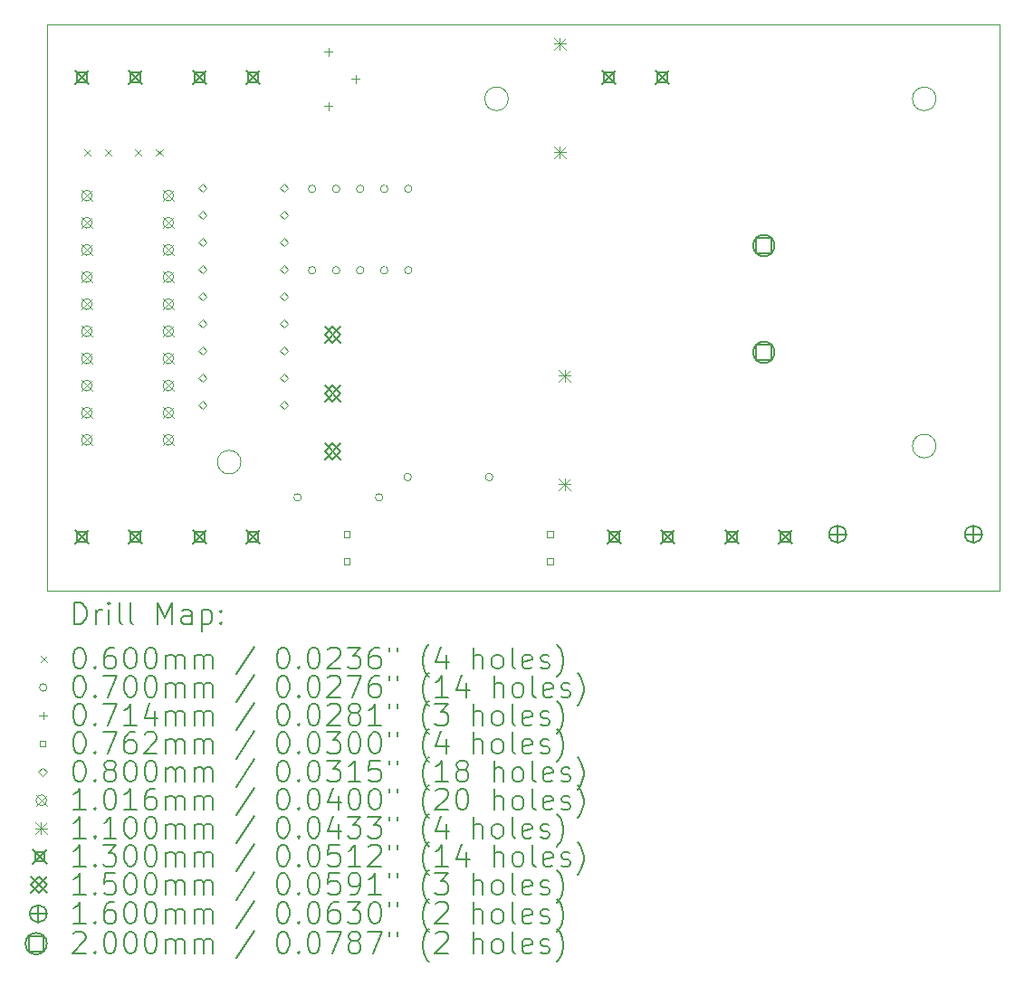
<source format=gbr>
%TF.GenerationSoftware,KiCad,Pcbnew,(6.0.9)*%
%TF.CreationDate,2023-01-27T09:56:45+11:00*%
%TF.ProjectId,CG22STAGE_MODULE,43473232-5354-4414-9745-5f4d4f44554c,rev?*%
%TF.SameCoordinates,Original*%
%TF.FileFunction,Drillmap*%
%TF.FilePolarity,Positive*%
%FSLAX45Y45*%
G04 Gerber Fmt 4.5, Leading zero omitted, Abs format (unit mm)*
G04 Created by KiCad (PCBNEW (6.0.9)) date 2023-01-27 09:56:45*
%MOMM*%
%LPD*%
G01*
G04 APERTURE LIST*
%ADD10C,0.100000*%
%ADD11C,0.200000*%
%ADD12C,0.060000*%
%ADD13C,0.070000*%
%ADD14C,0.071400*%
%ADD15C,0.076200*%
%ADD16C,0.080000*%
%ADD17C,0.101600*%
%ADD18C,0.110000*%
%ADD19C,0.130000*%
%ADD20C,0.150000*%
%ADD21C,0.160000*%
G04 APERTURE END LIST*
D10*
X14550000Y-13500000D02*
X23450000Y-13500000D01*
X23450000Y-13500000D02*
X23450000Y-8200000D01*
X23450000Y-8200000D02*
X14550000Y-8200000D01*
X14550000Y-8200000D02*
X14550000Y-13500000D01*
X18860000Y-8900000D02*
G75*
G03*
X18860000Y-8900000I-110000J0D01*
G01*
X22860000Y-8900000D02*
G75*
G03*
X22860000Y-8900000I-110000J0D01*
G01*
X22860000Y-12150000D02*
G75*
G03*
X22860000Y-12150000I-110000J0D01*
G01*
X16360000Y-12300000D02*
G75*
G03*
X16360000Y-12300000I-110000J0D01*
G01*
D11*
D12*
X14892260Y-9370000D02*
X14952260Y-9430000D01*
X14952260Y-9370000D02*
X14892260Y-9430000D01*
X15092260Y-9370000D02*
X15152260Y-9430000D01*
X15152260Y-9370000D02*
X15092260Y-9430000D01*
X15367260Y-9370000D02*
X15427260Y-9430000D01*
X15427260Y-9370000D02*
X15367260Y-9430000D01*
X15567260Y-9370000D02*
X15627260Y-9430000D01*
X15627260Y-9370000D02*
X15567260Y-9430000D01*
D13*
X16924000Y-12630000D02*
G75*
G03*
X16924000Y-12630000I-35000J0D01*
G01*
X17060000Y-9742000D02*
G75*
G03*
X17060000Y-9742000I-35000J0D01*
G01*
X17060000Y-10504000D02*
G75*
G03*
X17060000Y-10504000I-35000J0D01*
G01*
X17285000Y-9742000D02*
G75*
G03*
X17285000Y-9742000I-35000J0D01*
G01*
X17285000Y-10504000D02*
G75*
G03*
X17285000Y-10504000I-35000J0D01*
G01*
X17510000Y-9742000D02*
G75*
G03*
X17510000Y-9742000I-35000J0D01*
G01*
X17510000Y-10504000D02*
G75*
G03*
X17510000Y-10504000I-35000J0D01*
G01*
X17686000Y-12630000D02*
G75*
G03*
X17686000Y-12630000I-35000J0D01*
G01*
X17735000Y-9742000D02*
G75*
G03*
X17735000Y-9742000I-35000J0D01*
G01*
X17735000Y-10504000D02*
G75*
G03*
X17735000Y-10504000I-35000J0D01*
G01*
X17954000Y-12440000D02*
G75*
G03*
X17954000Y-12440000I-35000J0D01*
G01*
X17960000Y-9742000D02*
G75*
G03*
X17960000Y-9742000I-35000J0D01*
G01*
X17960000Y-10504000D02*
G75*
G03*
X17960000Y-10504000I-35000J0D01*
G01*
X18716000Y-12440000D02*
G75*
G03*
X18716000Y-12440000I-35000J0D01*
G01*
D14*
X17177000Y-8425850D02*
X17177000Y-8497250D01*
X17141300Y-8461550D02*
X17212700Y-8461550D01*
X17177000Y-8933850D02*
X17177000Y-9005250D01*
X17141300Y-8969550D02*
X17212700Y-8969550D01*
X17431000Y-8679850D02*
X17431000Y-8751250D01*
X17395300Y-8715550D02*
X17466700Y-8715550D01*
D15*
X17376981Y-12999941D02*
X17376981Y-12946059D01*
X17323099Y-12946059D01*
X17323099Y-12999941D01*
X17376981Y-12999941D01*
X17376981Y-13253941D02*
X17376981Y-13200059D01*
X17323099Y-13200059D01*
X17323099Y-13253941D01*
X17376981Y-13253941D01*
X19276901Y-12999941D02*
X19276901Y-12946059D01*
X19223019Y-12946059D01*
X19223019Y-12999941D01*
X19276901Y-12999941D01*
X19276901Y-13253941D02*
X19276901Y-13200059D01*
X19223019Y-13200059D01*
X19223019Y-13253941D01*
X19276901Y-13253941D01*
D16*
X16001000Y-9773000D02*
X16041000Y-9733000D01*
X16001000Y-9693000D01*
X15961000Y-9733000D01*
X16001000Y-9773000D01*
X16001000Y-10027000D02*
X16041000Y-9987000D01*
X16001000Y-9947000D01*
X15961000Y-9987000D01*
X16001000Y-10027000D01*
X16001000Y-10281000D02*
X16041000Y-10241000D01*
X16001000Y-10201000D01*
X15961000Y-10241000D01*
X16001000Y-10281000D01*
X16001000Y-10535000D02*
X16041000Y-10495000D01*
X16001000Y-10455000D01*
X15961000Y-10495000D01*
X16001000Y-10535000D01*
X16001000Y-10789000D02*
X16041000Y-10749000D01*
X16001000Y-10709000D01*
X15961000Y-10749000D01*
X16001000Y-10789000D01*
X16001000Y-11043000D02*
X16041000Y-11003000D01*
X16001000Y-10963000D01*
X15961000Y-11003000D01*
X16001000Y-11043000D01*
X16001000Y-11297000D02*
X16041000Y-11257000D01*
X16001000Y-11217000D01*
X15961000Y-11257000D01*
X16001000Y-11297000D01*
X16001000Y-11551000D02*
X16041000Y-11511000D01*
X16001000Y-11471000D01*
X15961000Y-11511000D01*
X16001000Y-11551000D01*
X16001000Y-11805000D02*
X16041000Y-11765000D01*
X16001000Y-11725000D01*
X15961000Y-11765000D01*
X16001000Y-11805000D01*
X16763000Y-9773000D02*
X16803000Y-9733000D01*
X16763000Y-9693000D01*
X16723000Y-9733000D01*
X16763000Y-9773000D01*
X16763000Y-10027000D02*
X16803000Y-9987000D01*
X16763000Y-9947000D01*
X16723000Y-9987000D01*
X16763000Y-10027000D01*
X16763000Y-10281000D02*
X16803000Y-10241000D01*
X16763000Y-10201000D01*
X16723000Y-10241000D01*
X16763000Y-10281000D01*
X16763000Y-10535000D02*
X16803000Y-10495000D01*
X16763000Y-10455000D01*
X16723000Y-10495000D01*
X16763000Y-10535000D01*
X16763000Y-10789000D02*
X16803000Y-10749000D01*
X16763000Y-10709000D01*
X16723000Y-10749000D01*
X16763000Y-10789000D01*
X16763000Y-11043000D02*
X16803000Y-11003000D01*
X16763000Y-10963000D01*
X16723000Y-11003000D01*
X16763000Y-11043000D01*
X16763000Y-11297000D02*
X16803000Y-11257000D01*
X16763000Y-11217000D01*
X16723000Y-11257000D01*
X16763000Y-11297000D01*
X16763000Y-11551000D02*
X16803000Y-11511000D01*
X16763000Y-11471000D01*
X16723000Y-11511000D01*
X16763000Y-11551000D01*
X16763000Y-11805000D02*
X16803000Y-11765000D01*
X16763000Y-11725000D01*
X16723000Y-11765000D01*
X16763000Y-11805000D01*
D17*
X14868200Y-9754200D02*
X14969800Y-9855800D01*
X14969800Y-9754200D02*
X14868200Y-9855800D01*
X14969800Y-9805000D02*
G75*
G03*
X14969800Y-9805000I-50800J0D01*
G01*
X14868200Y-10008200D02*
X14969800Y-10109800D01*
X14969800Y-10008200D02*
X14868200Y-10109800D01*
X14969800Y-10059000D02*
G75*
G03*
X14969800Y-10059000I-50800J0D01*
G01*
X14868200Y-10262200D02*
X14969800Y-10363800D01*
X14969800Y-10262200D02*
X14868200Y-10363800D01*
X14969800Y-10313000D02*
G75*
G03*
X14969800Y-10313000I-50800J0D01*
G01*
X14868200Y-10516200D02*
X14969800Y-10617800D01*
X14969800Y-10516200D02*
X14868200Y-10617800D01*
X14969800Y-10567000D02*
G75*
G03*
X14969800Y-10567000I-50800J0D01*
G01*
X14868200Y-10770200D02*
X14969800Y-10871800D01*
X14969800Y-10770200D02*
X14868200Y-10871800D01*
X14969800Y-10821000D02*
G75*
G03*
X14969800Y-10821000I-50800J0D01*
G01*
X14868200Y-11024200D02*
X14969800Y-11125800D01*
X14969800Y-11024200D02*
X14868200Y-11125800D01*
X14969800Y-11075000D02*
G75*
G03*
X14969800Y-11075000I-50800J0D01*
G01*
X14868200Y-11278200D02*
X14969800Y-11379800D01*
X14969800Y-11278200D02*
X14868200Y-11379800D01*
X14969800Y-11329000D02*
G75*
G03*
X14969800Y-11329000I-50800J0D01*
G01*
X14868200Y-11532200D02*
X14969800Y-11633800D01*
X14969800Y-11532200D02*
X14868200Y-11633800D01*
X14969800Y-11583000D02*
G75*
G03*
X14969800Y-11583000I-50800J0D01*
G01*
X14868200Y-11786200D02*
X14969800Y-11887800D01*
X14969800Y-11786200D02*
X14868200Y-11887800D01*
X14969800Y-11837000D02*
G75*
G03*
X14969800Y-11837000I-50800J0D01*
G01*
X14868200Y-12040200D02*
X14969800Y-12141800D01*
X14969800Y-12040200D02*
X14868200Y-12141800D01*
X14969800Y-12091000D02*
G75*
G03*
X14969800Y-12091000I-50800J0D01*
G01*
X15630200Y-9754200D02*
X15731800Y-9855800D01*
X15731800Y-9754200D02*
X15630200Y-9855800D01*
X15731800Y-9805000D02*
G75*
G03*
X15731800Y-9805000I-50800J0D01*
G01*
X15630200Y-10008200D02*
X15731800Y-10109800D01*
X15731800Y-10008200D02*
X15630200Y-10109800D01*
X15731800Y-10059000D02*
G75*
G03*
X15731800Y-10059000I-50800J0D01*
G01*
X15630200Y-10262200D02*
X15731800Y-10363800D01*
X15731800Y-10262200D02*
X15630200Y-10363800D01*
X15731800Y-10313000D02*
G75*
G03*
X15731800Y-10313000I-50800J0D01*
G01*
X15630200Y-10516200D02*
X15731800Y-10617800D01*
X15731800Y-10516200D02*
X15630200Y-10617800D01*
X15731800Y-10567000D02*
G75*
G03*
X15731800Y-10567000I-50800J0D01*
G01*
X15630200Y-10770200D02*
X15731800Y-10871800D01*
X15731800Y-10770200D02*
X15630200Y-10871800D01*
X15731800Y-10821000D02*
G75*
G03*
X15731800Y-10821000I-50800J0D01*
G01*
X15630200Y-11024200D02*
X15731800Y-11125800D01*
X15731800Y-11024200D02*
X15630200Y-11125800D01*
X15731800Y-11075000D02*
G75*
G03*
X15731800Y-11075000I-50800J0D01*
G01*
X15630200Y-11278200D02*
X15731800Y-11379800D01*
X15731800Y-11278200D02*
X15630200Y-11379800D01*
X15731800Y-11329000D02*
G75*
G03*
X15731800Y-11329000I-50800J0D01*
G01*
X15630200Y-11532200D02*
X15731800Y-11633800D01*
X15731800Y-11532200D02*
X15630200Y-11633800D01*
X15731800Y-11583000D02*
G75*
G03*
X15731800Y-11583000I-50800J0D01*
G01*
X15630200Y-11786200D02*
X15731800Y-11887800D01*
X15731800Y-11786200D02*
X15630200Y-11887800D01*
X15731800Y-11837000D02*
G75*
G03*
X15731800Y-11837000I-50800J0D01*
G01*
X15630200Y-12040200D02*
X15731800Y-12141800D01*
X15731800Y-12040200D02*
X15630200Y-12141800D01*
X15731800Y-12091000D02*
G75*
G03*
X15731800Y-12091000I-50800J0D01*
G01*
D18*
X19285000Y-8327000D02*
X19395000Y-8437000D01*
X19395000Y-8327000D02*
X19285000Y-8437000D01*
X19340000Y-8327000D02*
X19340000Y-8437000D01*
X19285000Y-8382000D02*
X19395000Y-8382000D01*
X19285000Y-9343000D02*
X19395000Y-9453000D01*
X19395000Y-9343000D02*
X19285000Y-9453000D01*
X19340000Y-9343000D02*
X19340000Y-9453000D01*
X19285000Y-9398000D02*
X19395000Y-9398000D01*
X19335000Y-11437000D02*
X19445000Y-11547000D01*
X19445000Y-11437000D02*
X19335000Y-11547000D01*
X19390000Y-11437000D02*
X19390000Y-11547000D01*
X19335000Y-11492000D02*
X19445000Y-11492000D01*
X19335000Y-12453000D02*
X19445000Y-12563000D01*
X19445000Y-12453000D02*
X19335000Y-12563000D01*
X19390000Y-12453000D02*
X19390000Y-12563000D01*
X19335000Y-12508000D02*
X19445000Y-12508000D01*
D19*
X14810000Y-8635000D02*
X14940000Y-8765000D01*
X14940000Y-8635000D02*
X14810000Y-8765000D01*
X14920962Y-8745962D02*
X14920962Y-8654038D01*
X14829038Y-8654038D01*
X14829038Y-8745962D01*
X14920962Y-8745962D01*
X14810000Y-12935000D02*
X14940000Y-13065000D01*
X14940000Y-12935000D02*
X14810000Y-13065000D01*
X14920962Y-13045962D02*
X14920962Y-12954038D01*
X14829038Y-12954038D01*
X14829038Y-13045962D01*
X14920962Y-13045962D01*
X15310000Y-8635000D02*
X15440000Y-8765000D01*
X15440000Y-8635000D02*
X15310000Y-8765000D01*
X15420962Y-8745962D02*
X15420962Y-8654038D01*
X15329038Y-8654038D01*
X15329038Y-8745962D01*
X15420962Y-8745962D01*
X15310000Y-12935000D02*
X15440000Y-13065000D01*
X15440000Y-12935000D02*
X15310000Y-13065000D01*
X15420962Y-13045962D02*
X15420962Y-12954038D01*
X15329038Y-12954038D01*
X15329038Y-13045962D01*
X15420962Y-13045962D01*
X15910000Y-8635000D02*
X16040000Y-8765000D01*
X16040000Y-8635000D02*
X15910000Y-8765000D01*
X16020962Y-8745962D02*
X16020962Y-8654038D01*
X15929038Y-8654038D01*
X15929038Y-8745962D01*
X16020962Y-8745962D01*
X15910000Y-12935000D02*
X16040000Y-13065000D01*
X16040000Y-12935000D02*
X15910000Y-13065000D01*
X16020962Y-13045962D02*
X16020962Y-12954038D01*
X15929038Y-12954038D01*
X15929038Y-13045962D01*
X16020962Y-13045962D01*
X16410000Y-8635000D02*
X16540000Y-8765000D01*
X16540000Y-8635000D02*
X16410000Y-8765000D01*
X16520962Y-8745962D02*
X16520962Y-8654038D01*
X16429038Y-8654038D01*
X16429038Y-8745962D01*
X16520962Y-8745962D01*
X16410000Y-12935000D02*
X16540000Y-13065000D01*
X16540000Y-12935000D02*
X16410000Y-13065000D01*
X16520962Y-13045962D02*
X16520962Y-12954038D01*
X16429038Y-12954038D01*
X16429038Y-13045962D01*
X16520962Y-13045962D01*
X19735000Y-8635000D02*
X19865000Y-8765000D01*
X19865000Y-8635000D02*
X19735000Y-8765000D01*
X19845962Y-8745962D02*
X19845962Y-8654038D01*
X19754038Y-8654038D01*
X19754038Y-8745962D01*
X19845962Y-8745962D01*
X19785000Y-12935000D02*
X19915000Y-13065000D01*
X19915000Y-12935000D02*
X19785000Y-13065000D01*
X19895962Y-13045962D02*
X19895962Y-12954038D01*
X19804038Y-12954038D01*
X19804038Y-13045962D01*
X19895962Y-13045962D01*
X20235000Y-8635000D02*
X20365000Y-8765000D01*
X20365000Y-8635000D02*
X20235000Y-8765000D01*
X20345962Y-8745962D02*
X20345962Y-8654038D01*
X20254038Y-8654038D01*
X20254038Y-8745962D01*
X20345962Y-8745962D01*
X20285000Y-12935000D02*
X20415000Y-13065000D01*
X20415000Y-12935000D02*
X20285000Y-13065000D01*
X20395962Y-13045962D02*
X20395962Y-12954038D01*
X20304038Y-12954038D01*
X20304038Y-13045962D01*
X20395962Y-13045962D01*
X20885000Y-12935000D02*
X21015000Y-13065000D01*
X21015000Y-12935000D02*
X20885000Y-13065000D01*
X20995962Y-13045962D02*
X20995962Y-12954038D01*
X20904038Y-12954038D01*
X20904038Y-13045962D01*
X20995962Y-13045962D01*
X21385000Y-12935000D02*
X21515000Y-13065000D01*
X21515000Y-12935000D02*
X21385000Y-13065000D01*
X21495962Y-13045962D02*
X21495962Y-12954038D01*
X21404038Y-12954038D01*
X21404038Y-13045962D01*
X21495962Y-13045962D01*
D20*
X17143000Y-11035000D02*
X17293000Y-11185000D01*
X17293000Y-11035000D02*
X17143000Y-11185000D01*
X17218000Y-11185000D02*
X17293000Y-11110000D01*
X17218000Y-11035000D01*
X17143000Y-11110000D01*
X17218000Y-11185000D01*
X17143000Y-11580000D02*
X17293000Y-11730000D01*
X17293000Y-11580000D02*
X17143000Y-11730000D01*
X17218000Y-11730000D02*
X17293000Y-11655000D01*
X17218000Y-11580000D01*
X17143000Y-11655000D01*
X17218000Y-11730000D01*
X17143000Y-12125000D02*
X17293000Y-12275000D01*
X17293000Y-12125000D02*
X17143000Y-12275000D01*
X17218000Y-12275000D02*
X17293000Y-12200000D01*
X17218000Y-12125000D01*
X17143000Y-12200000D01*
X17218000Y-12275000D01*
D21*
X21940000Y-12895000D02*
X21940000Y-13055000D01*
X21860000Y-12975000D02*
X22020000Y-12975000D01*
X22020000Y-12975000D02*
G75*
G03*
X22020000Y-12975000I-80000J0D01*
G01*
X23210000Y-12895000D02*
X23210000Y-13055000D01*
X23130000Y-12975000D02*
X23290000Y-12975000D01*
X23290000Y-12975000D02*
G75*
G03*
X23290000Y-12975000I-80000J0D01*
G01*
D11*
X21320711Y-10343761D02*
X21320711Y-10202339D01*
X21179289Y-10202339D01*
X21179289Y-10343761D01*
X21320711Y-10343761D01*
X21350000Y-10273050D02*
G75*
G03*
X21350000Y-10273050I-100000J0D01*
G01*
X21320711Y-11343761D02*
X21320711Y-11202338D01*
X21179289Y-11202338D01*
X21179289Y-11343761D01*
X21320711Y-11343761D01*
X21350000Y-11273050D02*
G75*
G03*
X21350000Y-11273050I-100000J0D01*
G01*
X14802619Y-13815476D02*
X14802619Y-13615476D01*
X14850238Y-13615476D01*
X14878809Y-13625000D01*
X14897857Y-13644048D01*
X14907381Y-13663095D01*
X14916905Y-13701190D01*
X14916905Y-13729762D01*
X14907381Y-13767857D01*
X14897857Y-13786905D01*
X14878809Y-13805952D01*
X14850238Y-13815476D01*
X14802619Y-13815476D01*
X15002619Y-13815476D02*
X15002619Y-13682143D01*
X15002619Y-13720238D02*
X15012143Y-13701190D01*
X15021667Y-13691667D01*
X15040714Y-13682143D01*
X15059762Y-13682143D01*
X15126428Y-13815476D02*
X15126428Y-13682143D01*
X15126428Y-13615476D02*
X15116905Y-13625000D01*
X15126428Y-13634524D01*
X15135952Y-13625000D01*
X15126428Y-13615476D01*
X15126428Y-13634524D01*
X15250238Y-13815476D02*
X15231190Y-13805952D01*
X15221667Y-13786905D01*
X15221667Y-13615476D01*
X15355000Y-13815476D02*
X15335952Y-13805952D01*
X15326428Y-13786905D01*
X15326428Y-13615476D01*
X15583571Y-13815476D02*
X15583571Y-13615476D01*
X15650238Y-13758333D01*
X15716905Y-13615476D01*
X15716905Y-13815476D01*
X15897857Y-13815476D02*
X15897857Y-13710714D01*
X15888333Y-13691667D01*
X15869286Y-13682143D01*
X15831190Y-13682143D01*
X15812143Y-13691667D01*
X15897857Y-13805952D02*
X15878809Y-13815476D01*
X15831190Y-13815476D01*
X15812143Y-13805952D01*
X15802619Y-13786905D01*
X15802619Y-13767857D01*
X15812143Y-13748809D01*
X15831190Y-13739286D01*
X15878809Y-13739286D01*
X15897857Y-13729762D01*
X15993095Y-13682143D02*
X15993095Y-13882143D01*
X15993095Y-13691667D02*
X16012143Y-13682143D01*
X16050238Y-13682143D01*
X16069286Y-13691667D01*
X16078809Y-13701190D01*
X16088333Y-13720238D01*
X16088333Y-13777381D01*
X16078809Y-13796428D01*
X16069286Y-13805952D01*
X16050238Y-13815476D01*
X16012143Y-13815476D01*
X15993095Y-13805952D01*
X16174048Y-13796428D02*
X16183571Y-13805952D01*
X16174048Y-13815476D01*
X16164524Y-13805952D01*
X16174048Y-13796428D01*
X16174048Y-13815476D01*
X16174048Y-13691667D02*
X16183571Y-13701190D01*
X16174048Y-13710714D01*
X16164524Y-13701190D01*
X16174048Y-13691667D01*
X16174048Y-13710714D01*
D12*
X14485000Y-14115000D02*
X14545000Y-14175000D01*
X14545000Y-14115000D02*
X14485000Y-14175000D01*
D11*
X14840714Y-14035476D02*
X14859762Y-14035476D01*
X14878809Y-14045000D01*
X14888333Y-14054524D01*
X14897857Y-14073571D01*
X14907381Y-14111667D01*
X14907381Y-14159286D01*
X14897857Y-14197381D01*
X14888333Y-14216428D01*
X14878809Y-14225952D01*
X14859762Y-14235476D01*
X14840714Y-14235476D01*
X14821667Y-14225952D01*
X14812143Y-14216428D01*
X14802619Y-14197381D01*
X14793095Y-14159286D01*
X14793095Y-14111667D01*
X14802619Y-14073571D01*
X14812143Y-14054524D01*
X14821667Y-14045000D01*
X14840714Y-14035476D01*
X14993095Y-14216428D02*
X15002619Y-14225952D01*
X14993095Y-14235476D01*
X14983571Y-14225952D01*
X14993095Y-14216428D01*
X14993095Y-14235476D01*
X15174048Y-14035476D02*
X15135952Y-14035476D01*
X15116905Y-14045000D01*
X15107381Y-14054524D01*
X15088333Y-14083095D01*
X15078809Y-14121190D01*
X15078809Y-14197381D01*
X15088333Y-14216428D01*
X15097857Y-14225952D01*
X15116905Y-14235476D01*
X15155000Y-14235476D01*
X15174048Y-14225952D01*
X15183571Y-14216428D01*
X15193095Y-14197381D01*
X15193095Y-14149762D01*
X15183571Y-14130714D01*
X15174048Y-14121190D01*
X15155000Y-14111667D01*
X15116905Y-14111667D01*
X15097857Y-14121190D01*
X15088333Y-14130714D01*
X15078809Y-14149762D01*
X15316905Y-14035476D02*
X15335952Y-14035476D01*
X15355000Y-14045000D01*
X15364524Y-14054524D01*
X15374048Y-14073571D01*
X15383571Y-14111667D01*
X15383571Y-14159286D01*
X15374048Y-14197381D01*
X15364524Y-14216428D01*
X15355000Y-14225952D01*
X15335952Y-14235476D01*
X15316905Y-14235476D01*
X15297857Y-14225952D01*
X15288333Y-14216428D01*
X15278809Y-14197381D01*
X15269286Y-14159286D01*
X15269286Y-14111667D01*
X15278809Y-14073571D01*
X15288333Y-14054524D01*
X15297857Y-14045000D01*
X15316905Y-14035476D01*
X15507381Y-14035476D02*
X15526428Y-14035476D01*
X15545476Y-14045000D01*
X15555000Y-14054524D01*
X15564524Y-14073571D01*
X15574048Y-14111667D01*
X15574048Y-14159286D01*
X15564524Y-14197381D01*
X15555000Y-14216428D01*
X15545476Y-14225952D01*
X15526428Y-14235476D01*
X15507381Y-14235476D01*
X15488333Y-14225952D01*
X15478809Y-14216428D01*
X15469286Y-14197381D01*
X15459762Y-14159286D01*
X15459762Y-14111667D01*
X15469286Y-14073571D01*
X15478809Y-14054524D01*
X15488333Y-14045000D01*
X15507381Y-14035476D01*
X15659762Y-14235476D02*
X15659762Y-14102143D01*
X15659762Y-14121190D02*
X15669286Y-14111667D01*
X15688333Y-14102143D01*
X15716905Y-14102143D01*
X15735952Y-14111667D01*
X15745476Y-14130714D01*
X15745476Y-14235476D01*
X15745476Y-14130714D02*
X15755000Y-14111667D01*
X15774048Y-14102143D01*
X15802619Y-14102143D01*
X15821667Y-14111667D01*
X15831190Y-14130714D01*
X15831190Y-14235476D01*
X15926428Y-14235476D02*
X15926428Y-14102143D01*
X15926428Y-14121190D02*
X15935952Y-14111667D01*
X15955000Y-14102143D01*
X15983571Y-14102143D01*
X16002619Y-14111667D01*
X16012143Y-14130714D01*
X16012143Y-14235476D01*
X16012143Y-14130714D02*
X16021667Y-14111667D01*
X16040714Y-14102143D01*
X16069286Y-14102143D01*
X16088333Y-14111667D01*
X16097857Y-14130714D01*
X16097857Y-14235476D01*
X16488333Y-14025952D02*
X16316905Y-14283095D01*
X16745476Y-14035476D02*
X16764524Y-14035476D01*
X16783571Y-14045000D01*
X16793095Y-14054524D01*
X16802619Y-14073571D01*
X16812143Y-14111667D01*
X16812143Y-14159286D01*
X16802619Y-14197381D01*
X16793095Y-14216428D01*
X16783571Y-14225952D01*
X16764524Y-14235476D01*
X16745476Y-14235476D01*
X16726428Y-14225952D01*
X16716905Y-14216428D01*
X16707381Y-14197381D01*
X16697857Y-14159286D01*
X16697857Y-14111667D01*
X16707381Y-14073571D01*
X16716905Y-14054524D01*
X16726428Y-14045000D01*
X16745476Y-14035476D01*
X16897857Y-14216428D02*
X16907381Y-14225952D01*
X16897857Y-14235476D01*
X16888333Y-14225952D01*
X16897857Y-14216428D01*
X16897857Y-14235476D01*
X17031190Y-14035476D02*
X17050238Y-14035476D01*
X17069286Y-14045000D01*
X17078810Y-14054524D01*
X17088333Y-14073571D01*
X17097857Y-14111667D01*
X17097857Y-14159286D01*
X17088333Y-14197381D01*
X17078810Y-14216428D01*
X17069286Y-14225952D01*
X17050238Y-14235476D01*
X17031190Y-14235476D01*
X17012143Y-14225952D01*
X17002619Y-14216428D01*
X16993095Y-14197381D01*
X16983571Y-14159286D01*
X16983571Y-14111667D01*
X16993095Y-14073571D01*
X17002619Y-14054524D01*
X17012143Y-14045000D01*
X17031190Y-14035476D01*
X17174048Y-14054524D02*
X17183571Y-14045000D01*
X17202619Y-14035476D01*
X17250238Y-14035476D01*
X17269286Y-14045000D01*
X17278810Y-14054524D01*
X17288333Y-14073571D01*
X17288333Y-14092619D01*
X17278810Y-14121190D01*
X17164524Y-14235476D01*
X17288333Y-14235476D01*
X17355000Y-14035476D02*
X17478810Y-14035476D01*
X17412143Y-14111667D01*
X17440714Y-14111667D01*
X17459762Y-14121190D01*
X17469286Y-14130714D01*
X17478810Y-14149762D01*
X17478810Y-14197381D01*
X17469286Y-14216428D01*
X17459762Y-14225952D01*
X17440714Y-14235476D01*
X17383571Y-14235476D01*
X17364524Y-14225952D01*
X17355000Y-14216428D01*
X17650238Y-14035476D02*
X17612143Y-14035476D01*
X17593095Y-14045000D01*
X17583571Y-14054524D01*
X17564524Y-14083095D01*
X17555000Y-14121190D01*
X17555000Y-14197381D01*
X17564524Y-14216428D01*
X17574048Y-14225952D01*
X17593095Y-14235476D01*
X17631190Y-14235476D01*
X17650238Y-14225952D01*
X17659762Y-14216428D01*
X17669286Y-14197381D01*
X17669286Y-14149762D01*
X17659762Y-14130714D01*
X17650238Y-14121190D01*
X17631190Y-14111667D01*
X17593095Y-14111667D01*
X17574048Y-14121190D01*
X17564524Y-14130714D01*
X17555000Y-14149762D01*
X17745476Y-14035476D02*
X17745476Y-14073571D01*
X17821667Y-14035476D02*
X17821667Y-14073571D01*
X18116905Y-14311667D02*
X18107381Y-14302143D01*
X18088333Y-14273571D01*
X18078810Y-14254524D01*
X18069286Y-14225952D01*
X18059762Y-14178333D01*
X18059762Y-14140238D01*
X18069286Y-14092619D01*
X18078810Y-14064048D01*
X18088333Y-14045000D01*
X18107381Y-14016428D01*
X18116905Y-14006905D01*
X18278810Y-14102143D02*
X18278810Y-14235476D01*
X18231190Y-14025952D02*
X18183571Y-14168809D01*
X18307381Y-14168809D01*
X18535952Y-14235476D02*
X18535952Y-14035476D01*
X18621667Y-14235476D02*
X18621667Y-14130714D01*
X18612143Y-14111667D01*
X18593095Y-14102143D01*
X18564524Y-14102143D01*
X18545476Y-14111667D01*
X18535952Y-14121190D01*
X18745476Y-14235476D02*
X18726429Y-14225952D01*
X18716905Y-14216428D01*
X18707381Y-14197381D01*
X18707381Y-14140238D01*
X18716905Y-14121190D01*
X18726429Y-14111667D01*
X18745476Y-14102143D01*
X18774048Y-14102143D01*
X18793095Y-14111667D01*
X18802619Y-14121190D01*
X18812143Y-14140238D01*
X18812143Y-14197381D01*
X18802619Y-14216428D01*
X18793095Y-14225952D01*
X18774048Y-14235476D01*
X18745476Y-14235476D01*
X18926429Y-14235476D02*
X18907381Y-14225952D01*
X18897857Y-14206905D01*
X18897857Y-14035476D01*
X19078810Y-14225952D02*
X19059762Y-14235476D01*
X19021667Y-14235476D01*
X19002619Y-14225952D01*
X18993095Y-14206905D01*
X18993095Y-14130714D01*
X19002619Y-14111667D01*
X19021667Y-14102143D01*
X19059762Y-14102143D01*
X19078810Y-14111667D01*
X19088333Y-14130714D01*
X19088333Y-14149762D01*
X18993095Y-14168809D01*
X19164524Y-14225952D02*
X19183571Y-14235476D01*
X19221667Y-14235476D01*
X19240714Y-14225952D01*
X19250238Y-14206905D01*
X19250238Y-14197381D01*
X19240714Y-14178333D01*
X19221667Y-14168809D01*
X19193095Y-14168809D01*
X19174048Y-14159286D01*
X19164524Y-14140238D01*
X19164524Y-14130714D01*
X19174048Y-14111667D01*
X19193095Y-14102143D01*
X19221667Y-14102143D01*
X19240714Y-14111667D01*
X19316905Y-14311667D02*
X19326429Y-14302143D01*
X19345476Y-14273571D01*
X19355000Y-14254524D01*
X19364524Y-14225952D01*
X19374048Y-14178333D01*
X19374048Y-14140238D01*
X19364524Y-14092619D01*
X19355000Y-14064048D01*
X19345476Y-14045000D01*
X19326429Y-14016428D01*
X19316905Y-14006905D01*
D13*
X14545000Y-14409000D02*
G75*
G03*
X14545000Y-14409000I-35000J0D01*
G01*
D11*
X14840714Y-14299476D02*
X14859762Y-14299476D01*
X14878809Y-14309000D01*
X14888333Y-14318524D01*
X14897857Y-14337571D01*
X14907381Y-14375667D01*
X14907381Y-14423286D01*
X14897857Y-14461381D01*
X14888333Y-14480428D01*
X14878809Y-14489952D01*
X14859762Y-14499476D01*
X14840714Y-14499476D01*
X14821667Y-14489952D01*
X14812143Y-14480428D01*
X14802619Y-14461381D01*
X14793095Y-14423286D01*
X14793095Y-14375667D01*
X14802619Y-14337571D01*
X14812143Y-14318524D01*
X14821667Y-14309000D01*
X14840714Y-14299476D01*
X14993095Y-14480428D02*
X15002619Y-14489952D01*
X14993095Y-14499476D01*
X14983571Y-14489952D01*
X14993095Y-14480428D01*
X14993095Y-14499476D01*
X15069286Y-14299476D02*
X15202619Y-14299476D01*
X15116905Y-14499476D01*
X15316905Y-14299476D02*
X15335952Y-14299476D01*
X15355000Y-14309000D01*
X15364524Y-14318524D01*
X15374048Y-14337571D01*
X15383571Y-14375667D01*
X15383571Y-14423286D01*
X15374048Y-14461381D01*
X15364524Y-14480428D01*
X15355000Y-14489952D01*
X15335952Y-14499476D01*
X15316905Y-14499476D01*
X15297857Y-14489952D01*
X15288333Y-14480428D01*
X15278809Y-14461381D01*
X15269286Y-14423286D01*
X15269286Y-14375667D01*
X15278809Y-14337571D01*
X15288333Y-14318524D01*
X15297857Y-14309000D01*
X15316905Y-14299476D01*
X15507381Y-14299476D02*
X15526428Y-14299476D01*
X15545476Y-14309000D01*
X15555000Y-14318524D01*
X15564524Y-14337571D01*
X15574048Y-14375667D01*
X15574048Y-14423286D01*
X15564524Y-14461381D01*
X15555000Y-14480428D01*
X15545476Y-14489952D01*
X15526428Y-14499476D01*
X15507381Y-14499476D01*
X15488333Y-14489952D01*
X15478809Y-14480428D01*
X15469286Y-14461381D01*
X15459762Y-14423286D01*
X15459762Y-14375667D01*
X15469286Y-14337571D01*
X15478809Y-14318524D01*
X15488333Y-14309000D01*
X15507381Y-14299476D01*
X15659762Y-14499476D02*
X15659762Y-14366143D01*
X15659762Y-14385190D02*
X15669286Y-14375667D01*
X15688333Y-14366143D01*
X15716905Y-14366143D01*
X15735952Y-14375667D01*
X15745476Y-14394714D01*
X15745476Y-14499476D01*
X15745476Y-14394714D02*
X15755000Y-14375667D01*
X15774048Y-14366143D01*
X15802619Y-14366143D01*
X15821667Y-14375667D01*
X15831190Y-14394714D01*
X15831190Y-14499476D01*
X15926428Y-14499476D02*
X15926428Y-14366143D01*
X15926428Y-14385190D02*
X15935952Y-14375667D01*
X15955000Y-14366143D01*
X15983571Y-14366143D01*
X16002619Y-14375667D01*
X16012143Y-14394714D01*
X16012143Y-14499476D01*
X16012143Y-14394714D02*
X16021667Y-14375667D01*
X16040714Y-14366143D01*
X16069286Y-14366143D01*
X16088333Y-14375667D01*
X16097857Y-14394714D01*
X16097857Y-14499476D01*
X16488333Y-14289952D02*
X16316905Y-14547095D01*
X16745476Y-14299476D02*
X16764524Y-14299476D01*
X16783571Y-14309000D01*
X16793095Y-14318524D01*
X16802619Y-14337571D01*
X16812143Y-14375667D01*
X16812143Y-14423286D01*
X16802619Y-14461381D01*
X16793095Y-14480428D01*
X16783571Y-14489952D01*
X16764524Y-14499476D01*
X16745476Y-14499476D01*
X16726428Y-14489952D01*
X16716905Y-14480428D01*
X16707381Y-14461381D01*
X16697857Y-14423286D01*
X16697857Y-14375667D01*
X16707381Y-14337571D01*
X16716905Y-14318524D01*
X16726428Y-14309000D01*
X16745476Y-14299476D01*
X16897857Y-14480428D02*
X16907381Y-14489952D01*
X16897857Y-14499476D01*
X16888333Y-14489952D01*
X16897857Y-14480428D01*
X16897857Y-14499476D01*
X17031190Y-14299476D02*
X17050238Y-14299476D01*
X17069286Y-14309000D01*
X17078810Y-14318524D01*
X17088333Y-14337571D01*
X17097857Y-14375667D01*
X17097857Y-14423286D01*
X17088333Y-14461381D01*
X17078810Y-14480428D01*
X17069286Y-14489952D01*
X17050238Y-14499476D01*
X17031190Y-14499476D01*
X17012143Y-14489952D01*
X17002619Y-14480428D01*
X16993095Y-14461381D01*
X16983571Y-14423286D01*
X16983571Y-14375667D01*
X16993095Y-14337571D01*
X17002619Y-14318524D01*
X17012143Y-14309000D01*
X17031190Y-14299476D01*
X17174048Y-14318524D02*
X17183571Y-14309000D01*
X17202619Y-14299476D01*
X17250238Y-14299476D01*
X17269286Y-14309000D01*
X17278810Y-14318524D01*
X17288333Y-14337571D01*
X17288333Y-14356619D01*
X17278810Y-14385190D01*
X17164524Y-14499476D01*
X17288333Y-14499476D01*
X17355000Y-14299476D02*
X17488333Y-14299476D01*
X17402619Y-14499476D01*
X17650238Y-14299476D02*
X17612143Y-14299476D01*
X17593095Y-14309000D01*
X17583571Y-14318524D01*
X17564524Y-14347095D01*
X17555000Y-14385190D01*
X17555000Y-14461381D01*
X17564524Y-14480428D01*
X17574048Y-14489952D01*
X17593095Y-14499476D01*
X17631190Y-14499476D01*
X17650238Y-14489952D01*
X17659762Y-14480428D01*
X17669286Y-14461381D01*
X17669286Y-14413762D01*
X17659762Y-14394714D01*
X17650238Y-14385190D01*
X17631190Y-14375667D01*
X17593095Y-14375667D01*
X17574048Y-14385190D01*
X17564524Y-14394714D01*
X17555000Y-14413762D01*
X17745476Y-14299476D02*
X17745476Y-14337571D01*
X17821667Y-14299476D02*
X17821667Y-14337571D01*
X18116905Y-14575667D02*
X18107381Y-14566143D01*
X18088333Y-14537571D01*
X18078810Y-14518524D01*
X18069286Y-14489952D01*
X18059762Y-14442333D01*
X18059762Y-14404238D01*
X18069286Y-14356619D01*
X18078810Y-14328048D01*
X18088333Y-14309000D01*
X18107381Y-14280428D01*
X18116905Y-14270905D01*
X18297857Y-14499476D02*
X18183571Y-14499476D01*
X18240714Y-14499476D02*
X18240714Y-14299476D01*
X18221667Y-14328048D01*
X18202619Y-14347095D01*
X18183571Y-14356619D01*
X18469286Y-14366143D02*
X18469286Y-14499476D01*
X18421667Y-14289952D02*
X18374048Y-14432809D01*
X18497857Y-14432809D01*
X18726429Y-14499476D02*
X18726429Y-14299476D01*
X18812143Y-14499476D02*
X18812143Y-14394714D01*
X18802619Y-14375667D01*
X18783571Y-14366143D01*
X18755000Y-14366143D01*
X18735952Y-14375667D01*
X18726429Y-14385190D01*
X18935952Y-14499476D02*
X18916905Y-14489952D01*
X18907381Y-14480428D01*
X18897857Y-14461381D01*
X18897857Y-14404238D01*
X18907381Y-14385190D01*
X18916905Y-14375667D01*
X18935952Y-14366143D01*
X18964524Y-14366143D01*
X18983571Y-14375667D01*
X18993095Y-14385190D01*
X19002619Y-14404238D01*
X19002619Y-14461381D01*
X18993095Y-14480428D01*
X18983571Y-14489952D01*
X18964524Y-14499476D01*
X18935952Y-14499476D01*
X19116905Y-14499476D02*
X19097857Y-14489952D01*
X19088333Y-14470905D01*
X19088333Y-14299476D01*
X19269286Y-14489952D02*
X19250238Y-14499476D01*
X19212143Y-14499476D01*
X19193095Y-14489952D01*
X19183571Y-14470905D01*
X19183571Y-14394714D01*
X19193095Y-14375667D01*
X19212143Y-14366143D01*
X19250238Y-14366143D01*
X19269286Y-14375667D01*
X19278810Y-14394714D01*
X19278810Y-14413762D01*
X19183571Y-14432809D01*
X19355000Y-14489952D02*
X19374048Y-14499476D01*
X19412143Y-14499476D01*
X19431190Y-14489952D01*
X19440714Y-14470905D01*
X19440714Y-14461381D01*
X19431190Y-14442333D01*
X19412143Y-14432809D01*
X19383571Y-14432809D01*
X19364524Y-14423286D01*
X19355000Y-14404238D01*
X19355000Y-14394714D01*
X19364524Y-14375667D01*
X19383571Y-14366143D01*
X19412143Y-14366143D01*
X19431190Y-14375667D01*
X19507381Y-14575667D02*
X19516905Y-14566143D01*
X19535952Y-14537571D01*
X19545476Y-14518524D01*
X19555000Y-14489952D01*
X19564524Y-14442333D01*
X19564524Y-14404238D01*
X19555000Y-14356619D01*
X19545476Y-14328048D01*
X19535952Y-14309000D01*
X19516905Y-14280428D01*
X19507381Y-14270905D01*
D14*
X14509300Y-14637300D02*
X14509300Y-14708700D01*
X14473600Y-14673000D02*
X14545000Y-14673000D01*
D11*
X14840714Y-14563476D02*
X14859762Y-14563476D01*
X14878809Y-14573000D01*
X14888333Y-14582524D01*
X14897857Y-14601571D01*
X14907381Y-14639667D01*
X14907381Y-14687286D01*
X14897857Y-14725381D01*
X14888333Y-14744428D01*
X14878809Y-14753952D01*
X14859762Y-14763476D01*
X14840714Y-14763476D01*
X14821667Y-14753952D01*
X14812143Y-14744428D01*
X14802619Y-14725381D01*
X14793095Y-14687286D01*
X14793095Y-14639667D01*
X14802619Y-14601571D01*
X14812143Y-14582524D01*
X14821667Y-14573000D01*
X14840714Y-14563476D01*
X14993095Y-14744428D02*
X15002619Y-14753952D01*
X14993095Y-14763476D01*
X14983571Y-14753952D01*
X14993095Y-14744428D01*
X14993095Y-14763476D01*
X15069286Y-14563476D02*
X15202619Y-14563476D01*
X15116905Y-14763476D01*
X15383571Y-14763476D02*
X15269286Y-14763476D01*
X15326428Y-14763476D02*
X15326428Y-14563476D01*
X15307381Y-14592048D01*
X15288333Y-14611095D01*
X15269286Y-14620619D01*
X15555000Y-14630143D02*
X15555000Y-14763476D01*
X15507381Y-14553952D02*
X15459762Y-14696809D01*
X15583571Y-14696809D01*
X15659762Y-14763476D02*
X15659762Y-14630143D01*
X15659762Y-14649190D02*
X15669286Y-14639667D01*
X15688333Y-14630143D01*
X15716905Y-14630143D01*
X15735952Y-14639667D01*
X15745476Y-14658714D01*
X15745476Y-14763476D01*
X15745476Y-14658714D02*
X15755000Y-14639667D01*
X15774048Y-14630143D01*
X15802619Y-14630143D01*
X15821667Y-14639667D01*
X15831190Y-14658714D01*
X15831190Y-14763476D01*
X15926428Y-14763476D02*
X15926428Y-14630143D01*
X15926428Y-14649190D02*
X15935952Y-14639667D01*
X15955000Y-14630143D01*
X15983571Y-14630143D01*
X16002619Y-14639667D01*
X16012143Y-14658714D01*
X16012143Y-14763476D01*
X16012143Y-14658714D02*
X16021667Y-14639667D01*
X16040714Y-14630143D01*
X16069286Y-14630143D01*
X16088333Y-14639667D01*
X16097857Y-14658714D01*
X16097857Y-14763476D01*
X16488333Y-14553952D02*
X16316905Y-14811095D01*
X16745476Y-14563476D02*
X16764524Y-14563476D01*
X16783571Y-14573000D01*
X16793095Y-14582524D01*
X16802619Y-14601571D01*
X16812143Y-14639667D01*
X16812143Y-14687286D01*
X16802619Y-14725381D01*
X16793095Y-14744428D01*
X16783571Y-14753952D01*
X16764524Y-14763476D01*
X16745476Y-14763476D01*
X16726428Y-14753952D01*
X16716905Y-14744428D01*
X16707381Y-14725381D01*
X16697857Y-14687286D01*
X16697857Y-14639667D01*
X16707381Y-14601571D01*
X16716905Y-14582524D01*
X16726428Y-14573000D01*
X16745476Y-14563476D01*
X16897857Y-14744428D02*
X16907381Y-14753952D01*
X16897857Y-14763476D01*
X16888333Y-14753952D01*
X16897857Y-14744428D01*
X16897857Y-14763476D01*
X17031190Y-14563476D02*
X17050238Y-14563476D01*
X17069286Y-14573000D01*
X17078810Y-14582524D01*
X17088333Y-14601571D01*
X17097857Y-14639667D01*
X17097857Y-14687286D01*
X17088333Y-14725381D01*
X17078810Y-14744428D01*
X17069286Y-14753952D01*
X17050238Y-14763476D01*
X17031190Y-14763476D01*
X17012143Y-14753952D01*
X17002619Y-14744428D01*
X16993095Y-14725381D01*
X16983571Y-14687286D01*
X16983571Y-14639667D01*
X16993095Y-14601571D01*
X17002619Y-14582524D01*
X17012143Y-14573000D01*
X17031190Y-14563476D01*
X17174048Y-14582524D02*
X17183571Y-14573000D01*
X17202619Y-14563476D01*
X17250238Y-14563476D01*
X17269286Y-14573000D01*
X17278810Y-14582524D01*
X17288333Y-14601571D01*
X17288333Y-14620619D01*
X17278810Y-14649190D01*
X17164524Y-14763476D01*
X17288333Y-14763476D01*
X17402619Y-14649190D02*
X17383571Y-14639667D01*
X17374048Y-14630143D01*
X17364524Y-14611095D01*
X17364524Y-14601571D01*
X17374048Y-14582524D01*
X17383571Y-14573000D01*
X17402619Y-14563476D01*
X17440714Y-14563476D01*
X17459762Y-14573000D01*
X17469286Y-14582524D01*
X17478810Y-14601571D01*
X17478810Y-14611095D01*
X17469286Y-14630143D01*
X17459762Y-14639667D01*
X17440714Y-14649190D01*
X17402619Y-14649190D01*
X17383571Y-14658714D01*
X17374048Y-14668238D01*
X17364524Y-14687286D01*
X17364524Y-14725381D01*
X17374048Y-14744428D01*
X17383571Y-14753952D01*
X17402619Y-14763476D01*
X17440714Y-14763476D01*
X17459762Y-14753952D01*
X17469286Y-14744428D01*
X17478810Y-14725381D01*
X17478810Y-14687286D01*
X17469286Y-14668238D01*
X17459762Y-14658714D01*
X17440714Y-14649190D01*
X17669286Y-14763476D02*
X17555000Y-14763476D01*
X17612143Y-14763476D02*
X17612143Y-14563476D01*
X17593095Y-14592048D01*
X17574048Y-14611095D01*
X17555000Y-14620619D01*
X17745476Y-14563476D02*
X17745476Y-14601571D01*
X17821667Y-14563476D02*
X17821667Y-14601571D01*
X18116905Y-14839667D02*
X18107381Y-14830143D01*
X18088333Y-14801571D01*
X18078810Y-14782524D01*
X18069286Y-14753952D01*
X18059762Y-14706333D01*
X18059762Y-14668238D01*
X18069286Y-14620619D01*
X18078810Y-14592048D01*
X18088333Y-14573000D01*
X18107381Y-14544428D01*
X18116905Y-14534905D01*
X18174048Y-14563476D02*
X18297857Y-14563476D01*
X18231190Y-14639667D01*
X18259762Y-14639667D01*
X18278810Y-14649190D01*
X18288333Y-14658714D01*
X18297857Y-14677762D01*
X18297857Y-14725381D01*
X18288333Y-14744428D01*
X18278810Y-14753952D01*
X18259762Y-14763476D01*
X18202619Y-14763476D01*
X18183571Y-14753952D01*
X18174048Y-14744428D01*
X18535952Y-14763476D02*
X18535952Y-14563476D01*
X18621667Y-14763476D02*
X18621667Y-14658714D01*
X18612143Y-14639667D01*
X18593095Y-14630143D01*
X18564524Y-14630143D01*
X18545476Y-14639667D01*
X18535952Y-14649190D01*
X18745476Y-14763476D02*
X18726429Y-14753952D01*
X18716905Y-14744428D01*
X18707381Y-14725381D01*
X18707381Y-14668238D01*
X18716905Y-14649190D01*
X18726429Y-14639667D01*
X18745476Y-14630143D01*
X18774048Y-14630143D01*
X18793095Y-14639667D01*
X18802619Y-14649190D01*
X18812143Y-14668238D01*
X18812143Y-14725381D01*
X18802619Y-14744428D01*
X18793095Y-14753952D01*
X18774048Y-14763476D01*
X18745476Y-14763476D01*
X18926429Y-14763476D02*
X18907381Y-14753952D01*
X18897857Y-14734905D01*
X18897857Y-14563476D01*
X19078810Y-14753952D02*
X19059762Y-14763476D01*
X19021667Y-14763476D01*
X19002619Y-14753952D01*
X18993095Y-14734905D01*
X18993095Y-14658714D01*
X19002619Y-14639667D01*
X19021667Y-14630143D01*
X19059762Y-14630143D01*
X19078810Y-14639667D01*
X19088333Y-14658714D01*
X19088333Y-14677762D01*
X18993095Y-14696809D01*
X19164524Y-14753952D02*
X19183571Y-14763476D01*
X19221667Y-14763476D01*
X19240714Y-14753952D01*
X19250238Y-14734905D01*
X19250238Y-14725381D01*
X19240714Y-14706333D01*
X19221667Y-14696809D01*
X19193095Y-14696809D01*
X19174048Y-14687286D01*
X19164524Y-14668238D01*
X19164524Y-14658714D01*
X19174048Y-14639667D01*
X19193095Y-14630143D01*
X19221667Y-14630143D01*
X19240714Y-14639667D01*
X19316905Y-14839667D02*
X19326429Y-14830143D01*
X19345476Y-14801571D01*
X19355000Y-14782524D01*
X19364524Y-14753952D01*
X19374048Y-14706333D01*
X19374048Y-14668238D01*
X19364524Y-14620619D01*
X19355000Y-14592048D01*
X19345476Y-14573000D01*
X19326429Y-14544428D01*
X19316905Y-14534905D01*
D15*
X14533841Y-14963941D02*
X14533841Y-14910059D01*
X14479959Y-14910059D01*
X14479959Y-14963941D01*
X14533841Y-14963941D01*
D11*
X14840714Y-14827476D02*
X14859762Y-14827476D01*
X14878809Y-14837000D01*
X14888333Y-14846524D01*
X14897857Y-14865571D01*
X14907381Y-14903667D01*
X14907381Y-14951286D01*
X14897857Y-14989381D01*
X14888333Y-15008428D01*
X14878809Y-15017952D01*
X14859762Y-15027476D01*
X14840714Y-15027476D01*
X14821667Y-15017952D01*
X14812143Y-15008428D01*
X14802619Y-14989381D01*
X14793095Y-14951286D01*
X14793095Y-14903667D01*
X14802619Y-14865571D01*
X14812143Y-14846524D01*
X14821667Y-14837000D01*
X14840714Y-14827476D01*
X14993095Y-15008428D02*
X15002619Y-15017952D01*
X14993095Y-15027476D01*
X14983571Y-15017952D01*
X14993095Y-15008428D01*
X14993095Y-15027476D01*
X15069286Y-14827476D02*
X15202619Y-14827476D01*
X15116905Y-15027476D01*
X15364524Y-14827476D02*
X15326428Y-14827476D01*
X15307381Y-14837000D01*
X15297857Y-14846524D01*
X15278809Y-14875095D01*
X15269286Y-14913190D01*
X15269286Y-14989381D01*
X15278809Y-15008428D01*
X15288333Y-15017952D01*
X15307381Y-15027476D01*
X15345476Y-15027476D01*
X15364524Y-15017952D01*
X15374048Y-15008428D01*
X15383571Y-14989381D01*
X15383571Y-14941762D01*
X15374048Y-14922714D01*
X15364524Y-14913190D01*
X15345476Y-14903667D01*
X15307381Y-14903667D01*
X15288333Y-14913190D01*
X15278809Y-14922714D01*
X15269286Y-14941762D01*
X15459762Y-14846524D02*
X15469286Y-14837000D01*
X15488333Y-14827476D01*
X15535952Y-14827476D01*
X15555000Y-14837000D01*
X15564524Y-14846524D01*
X15574048Y-14865571D01*
X15574048Y-14884619D01*
X15564524Y-14913190D01*
X15450238Y-15027476D01*
X15574048Y-15027476D01*
X15659762Y-15027476D02*
X15659762Y-14894143D01*
X15659762Y-14913190D02*
X15669286Y-14903667D01*
X15688333Y-14894143D01*
X15716905Y-14894143D01*
X15735952Y-14903667D01*
X15745476Y-14922714D01*
X15745476Y-15027476D01*
X15745476Y-14922714D02*
X15755000Y-14903667D01*
X15774048Y-14894143D01*
X15802619Y-14894143D01*
X15821667Y-14903667D01*
X15831190Y-14922714D01*
X15831190Y-15027476D01*
X15926428Y-15027476D02*
X15926428Y-14894143D01*
X15926428Y-14913190D02*
X15935952Y-14903667D01*
X15955000Y-14894143D01*
X15983571Y-14894143D01*
X16002619Y-14903667D01*
X16012143Y-14922714D01*
X16012143Y-15027476D01*
X16012143Y-14922714D02*
X16021667Y-14903667D01*
X16040714Y-14894143D01*
X16069286Y-14894143D01*
X16088333Y-14903667D01*
X16097857Y-14922714D01*
X16097857Y-15027476D01*
X16488333Y-14817952D02*
X16316905Y-15075095D01*
X16745476Y-14827476D02*
X16764524Y-14827476D01*
X16783571Y-14837000D01*
X16793095Y-14846524D01*
X16802619Y-14865571D01*
X16812143Y-14903667D01*
X16812143Y-14951286D01*
X16802619Y-14989381D01*
X16793095Y-15008428D01*
X16783571Y-15017952D01*
X16764524Y-15027476D01*
X16745476Y-15027476D01*
X16726428Y-15017952D01*
X16716905Y-15008428D01*
X16707381Y-14989381D01*
X16697857Y-14951286D01*
X16697857Y-14903667D01*
X16707381Y-14865571D01*
X16716905Y-14846524D01*
X16726428Y-14837000D01*
X16745476Y-14827476D01*
X16897857Y-15008428D02*
X16907381Y-15017952D01*
X16897857Y-15027476D01*
X16888333Y-15017952D01*
X16897857Y-15008428D01*
X16897857Y-15027476D01*
X17031190Y-14827476D02*
X17050238Y-14827476D01*
X17069286Y-14837000D01*
X17078810Y-14846524D01*
X17088333Y-14865571D01*
X17097857Y-14903667D01*
X17097857Y-14951286D01*
X17088333Y-14989381D01*
X17078810Y-15008428D01*
X17069286Y-15017952D01*
X17050238Y-15027476D01*
X17031190Y-15027476D01*
X17012143Y-15017952D01*
X17002619Y-15008428D01*
X16993095Y-14989381D01*
X16983571Y-14951286D01*
X16983571Y-14903667D01*
X16993095Y-14865571D01*
X17002619Y-14846524D01*
X17012143Y-14837000D01*
X17031190Y-14827476D01*
X17164524Y-14827476D02*
X17288333Y-14827476D01*
X17221667Y-14903667D01*
X17250238Y-14903667D01*
X17269286Y-14913190D01*
X17278810Y-14922714D01*
X17288333Y-14941762D01*
X17288333Y-14989381D01*
X17278810Y-15008428D01*
X17269286Y-15017952D01*
X17250238Y-15027476D01*
X17193095Y-15027476D01*
X17174048Y-15017952D01*
X17164524Y-15008428D01*
X17412143Y-14827476D02*
X17431190Y-14827476D01*
X17450238Y-14837000D01*
X17459762Y-14846524D01*
X17469286Y-14865571D01*
X17478810Y-14903667D01*
X17478810Y-14951286D01*
X17469286Y-14989381D01*
X17459762Y-15008428D01*
X17450238Y-15017952D01*
X17431190Y-15027476D01*
X17412143Y-15027476D01*
X17393095Y-15017952D01*
X17383571Y-15008428D01*
X17374048Y-14989381D01*
X17364524Y-14951286D01*
X17364524Y-14903667D01*
X17374048Y-14865571D01*
X17383571Y-14846524D01*
X17393095Y-14837000D01*
X17412143Y-14827476D01*
X17602619Y-14827476D02*
X17621667Y-14827476D01*
X17640714Y-14837000D01*
X17650238Y-14846524D01*
X17659762Y-14865571D01*
X17669286Y-14903667D01*
X17669286Y-14951286D01*
X17659762Y-14989381D01*
X17650238Y-15008428D01*
X17640714Y-15017952D01*
X17621667Y-15027476D01*
X17602619Y-15027476D01*
X17583571Y-15017952D01*
X17574048Y-15008428D01*
X17564524Y-14989381D01*
X17555000Y-14951286D01*
X17555000Y-14903667D01*
X17564524Y-14865571D01*
X17574048Y-14846524D01*
X17583571Y-14837000D01*
X17602619Y-14827476D01*
X17745476Y-14827476D02*
X17745476Y-14865571D01*
X17821667Y-14827476D02*
X17821667Y-14865571D01*
X18116905Y-15103667D02*
X18107381Y-15094143D01*
X18088333Y-15065571D01*
X18078810Y-15046524D01*
X18069286Y-15017952D01*
X18059762Y-14970333D01*
X18059762Y-14932238D01*
X18069286Y-14884619D01*
X18078810Y-14856048D01*
X18088333Y-14837000D01*
X18107381Y-14808428D01*
X18116905Y-14798905D01*
X18278810Y-14894143D02*
X18278810Y-15027476D01*
X18231190Y-14817952D02*
X18183571Y-14960809D01*
X18307381Y-14960809D01*
X18535952Y-15027476D02*
X18535952Y-14827476D01*
X18621667Y-15027476D02*
X18621667Y-14922714D01*
X18612143Y-14903667D01*
X18593095Y-14894143D01*
X18564524Y-14894143D01*
X18545476Y-14903667D01*
X18535952Y-14913190D01*
X18745476Y-15027476D02*
X18726429Y-15017952D01*
X18716905Y-15008428D01*
X18707381Y-14989381D01*
X18707381Y-14932238D01*
X18716905Y-14913190D01*
X18726429Y-14903667D01*
X18745476Y-14894143D01*
X18774048Y-14894143D01*
X18793095Y-14903667D01*
X18802619Y-14913190D01*
X18812143Y-14932238D01*
X18812143Y-14989381D01*
X18802619Y-15008428D01*
X18793095Y-15017952D01*
X18774048Y-15027476D01*
X18745476Y-15027476D01*
X18926429Y-15027476D02*
X18907381Y-15017952D01*
X18897857Y-14998905D01*
X18897857Y-14827476D01*
X19078810Y-15017952D02*
X19059762Y-15027476D01*
X19021667Y-15027476D01*
X19002619Y-15017952D01*
X18993095Y-14998905D01*
X18993095Y-14922714D01*
X19002619Y-14903667D01*
X19021667Y-14894143D01*
X19059762Y-14894143D01*
X19078810Y-14903667D01*
X19088333Y-14922714D01*
X19088333Y-14941762D01*
X18993095Y-14960809D01*
X19164524Y-15017952D02*
X19183571Y-15027476D01*
X19221667Y-15027476D01*
X19240714Y-15017952D01*
X19250238Y-14998905D01*
X19250238Y-14989381D01*
X19240714Y-14970333D01*
X19221667Y-14960809D01*
X19193095Y-14960809D01*
X19174048Y-14951286D01*
X19164524Y-14932238D01*
X19164524Y-14922714D01*
X19174048Y-14903667D01*
X19193095Y-14894143D01*
X19221667Y-14894143D01*
X19240714Y-14903667D01*
X19316905Y-15103667D02*
X19326429Y-15094143D01*
X19345476Y-15065571D01*
X19355000Y-15046524D01*
X19364524Y-15017952D01*
X19374048Y-14970333D01*
X19374048Y-14932238D01*
X19364524Y-14884619D01*
X19355000Y-14856048D01*
X19345476Y-14837000D01*
X19326429Y-14808428D01*
X19316905Y-14798905D01*
D16*
X14505000Y-15241000D02*
X14545000Y-15201000D01*
X14505000Y-15161000D01*
X14465000Y-15201000D01*
X14505000Y-15241000D01*
D11*
X14840714Y-15091476D02*
X14859762Y-15091476D01*
X14878809Y-15101000D01*
X14888333Y-15110524D01*
X14897857Y-15129571D01*
X14907381Y-15167667D01*
X14907381Y-15215286D01*
X14897857Y-15253381D01*
X14888333Y-15272428D01*
X14878809Y-15281952D01*
X14859762Y-15291476D01*
X14840714Y-15291476D01*
X14821667Y-15281952D01*
X14812143Y-15272428D01*
X14802619Y-15253381D01*
X14793095Y-15215286D01*
X14793095Y-15167667D01*
X14802619Y-15129571D01*
X14812143Y-15110524D01*
X14821667Y-15101000D01*
X14840714Y-15091476D01*
X14993095Y-15272428D02*
X15002619Y-15281952D01*
X14993095Y-15291476D01*
X14983571Y-15281952D01*
X14993095Y-15272428D01*
X14993095Y-15291476D01*
X15116905Y-15177190D02*
X15097857Y-15167667D01*
X15088333Y-15158143D01*
X15078809Y-15139095D01*
X15078809Y-15129571D01*
X15088333Y-15110524D01*
X15097857Y-15101000D01*
X15116905Y-15091476D01*
X15155000Y-15091476D01*
X15174048Y-15101000D01*
X15183571Y-15110524D01*
X15193095Y-15129571D01*
X15193095Y-15139095D01*
X15183571Y-15158143D01*
X15174048Y-15167667D01*
X15155000Y-15177190D01*
X15116905Y-15177190D01*
X15097857Y-15186714D01*
X15088333Y-15196238D01*
X15078809Y-15215286D01*
X15078809Y-15253381D01*
X15088333Y-15272428D01*
X15097857Y-15281952D01*
X15116905Y-15291476D01*
X15155000Y-15291476D01*
X15174048Y-15281952D01*
X15183571Y-15272428D01*
X15193095Y-15253381D01*
X15193095Y-15215286D01*
X15183571Y-15196238D01*
X15174048Y-15186714D01*
X15155000Y-15177190D01*
X15316905Y-15091476D02*
X15335952Y-15091476D01*
X15355000Y-15101000D01*
X15364524Y-15110524D01*
X15374048Y-15129571D01*
X15383571Y-15167667D01*
X15383571Y-15215286D01*
X15374048Y-15253381D01*
X15364524Y-15272428D01*
X15355000Y-15281952D01*
X15335952Y-15291476D01*
X15316905Y-15291476D01*
X15297857Y-15281952D01*
X15288333Y-15272428D01*
X15278809Y-15253381D01*
X15269286Y-15215286D01*
X15269286Y-15167667D01*
X15278809Y-15129571D01*
X15288333Y-15110524D01*
X15297857Y-15101000D01*
X15316905Y-15091476D01*
X15507381Y-15091476D02*
X15526428Y-15091476D01*
X15545476Y-15101000D01*
X15555000Y-15110524D01*
X15564524Y-15129571D01*
X15574048Y-15167667D01*
X15574048Y-15215286D01*
X15564524Y-15253381D01*
X15555000Y-15272428D01*
X15545476Y-15281952D01*
X15526428Y-15291476D01*
X15507381Y-15291476D01*
X15488333Y-15281952D01*
X15478809Y-15272428D01*
X15469286Y-15253381D01*
X15459762Y-15215286D01*
X15459762Y-15167667D01*
X15469286Y-15129571D01*
X15478809Y-15110524D01*
X15488333Y-15101000D01*
X15507381Y-15091476D01*
X15659762Y-15291476D02*
X15659762Y-15158143D01*
X15659762Y-15177190D02*
X15669286Y-15167667D01*
X15688333Y-15158143D01*
X15716905Y-15158143D01*
X15735952Y-15167667D01*
X15745476Y-15186714D01*
X15745476Y-15291476D01*
X15745476Y-15186714D02*
X15755000Y-15167667D01*
X15774048Y-15158143D01*
X15802619Y-15158143D01*
X15821667Y-15167667D01*
X15831190Y-15186714D01*
X15831190Y-15291476D01*
X15926428Y-15291476D02*
X15926428Y-15158143D01*
X15926428Y-15177190D02*
X15935952Y-15167667D01*
X15955000Y-15158143D01*
X15983571Y-15158143D01*
X16002619Y-15167667D01*
X16012143Y-15186714D01*
X16012143Y-15291476D01*
X16012143Y-15186714D02*
X16021667Y-15167667D01*
X16040714Y-15158143D01*
X16069286Y-15158143D01*
X16088333Y-15167667D01*
X16097857Y-15186714D01*
X16097857Y-15291476D01*
X16488333Y-15081952D02*
X16316905Y-15339095D01*
X16745476Y-15091476D02*
X16764524Y-15091476D01*
X16783571Y-15101000D01*
X16793095Y-15110524D01*
X16802619Y-15129571D01*
X16812143Y-15167667D01*
X16812143Y-15215286D01*
X16802619Y-15253381D01*
X16793095Y-15272428D01*
X16783571Y-15281952D01*
X16764524Y-15291476D01*
X16745476Y-15291476D01*
X16726428Y-15281952D01*
X16716905Y-15272428D01*
X16707381Y-15253381D01*
X16697857Y-15215286D01*
X16697857Y-15167667D01*
X16707381Y-15129571D01*
X16716905Y-15110524D01*
X16726428Y-15101000D01*
X16745476Y-15091476D01*
X16897857Y-15272428D02*
X16907381Y-15281952D01*
X16897857Y-15291476D01*
X16888333Y-15281952D01*
X16897857Y-15272428D01*
X16897857Y-15291476D01*
X17031190Y-15091476D02*
X17050238Y-15091476D01*
X17069286Y-15101000D01*
X17078810Y-15110524D01*
X17088333Y-15129571D01*
X17097857Y-15167667D01*
X17097857Y-15215286D01*
X17088333Y-15253381D01*
X17078810Y-15272428D01*
X17069286Y-15281952D01*
X17050238Y-15291476D01*
X17031190Y-15291476D01*
X17012143Y-15281952D01*
X17002619Y-15272428D01*
X16993095Y-15253381D01*
X16983571Y-15215286D01*
X16983571Y-15167667D01*
X16993095Y-15129571D01*
X17002619Y-15110524D01*
X17012143Y-15101000D01*
X17031190Y-15091476D01*
X17164524Y-15091476D02*
X17288333Y-15091476D01*
X17221667Y-15167667D01*
X17250238Y-15167667D01*
X17269286Y-15177190D01*
X17278810Y-15186714D01*
X17288333Y-15205762D01*
X17288333Y-15253381D01*
X17278810Y-15272428D01*
X17269286Y-15281952D01*
X17250238Y-15291476D01*
X17193095Y-15291476D01*
X17174048Y-15281952D01*
X17164524Y-15272428D01*
X17478810Y-15291476D02*
X17364524Y-15291476D01*
X17421667Y-15291476D02*
X17421667Y-15091476D01*
X17402619Y-15120048D01*
X17383571Y-15139095D01*
X17364524Y-15148619D01*
X17659762Y-15091476D02*
X17564524Y-15091476D01*
X17555000Y-15186714D01*
X17564524Y-15177190D01*
X17583571Y-15167667D01*
X17631190Y-15167667D01*
X17650238Y-15177190D01*
X17659762Y-15186714D01*
X17669286Y-15205762D01*
X17669286Y-15253381D01*
X17659762Y-15272428D01*
X17650238Y-15281952D01*
X17631190Y-15291476D01*
X17583571Y-15291476D01*
X17564524Y-15281952D01*
X17555000Y-15272428D01*
X17745476Y-15091476D02*
X17745476Y-15129571D01*
X17821667Y-15091476D02*
X17821667Y-15129571D01*
X18116905Y-15367667D02*
X18107381Y-15358143D01*
X18088333Y-15329571D01*
X18078810Y-15310524D01*
X18069286Y-15281952D01*
X18059762Y-15234333D01*
X18059762Y-15196238D01*
X18069286Y-15148619D01*
X18078810Y-15120048D01*
X18088333Y-15101000D01*
X18107381Y-15072428D01*
X18116905Y-15062905D01*
X18297857Y-15291476D02*
X18183571Y-15291476D01*
X18240714Y-15291476D02*
X18240714Y-15091476D01*
X18221667Y-15120048D01*
X18202619Y-15139095D01*
X18183571Y-15148619D01*
X18412143Y-15177190D02*
X18393095Y-15167667D01*
X18383571Y-15158143D01*
X18374048Y-15139095D01*
X18374048Y-15129571D01*
X18383571Y-15110524D01*
X18393095Y-15101000D01*
X18412143Y-15091476D01*
X18450238Y-15091476D01*
X18469286Y-15101000D01*
X18478810Y-15110524D01*
X18488333Y-15129571D01*
X18488333Y-15139095D01*
X18478810Y-15158143D01*
X18469286Y-15167667D01*
X18450238Y-15177190D01*
X18412143Y-15177190D01*
X18393095Y-15186714D01*
X18383571Y-15196238D01*
X18374048Y-15215286D01*
X18374048Y-15253381D01*
X18383571Y-15272428D01*
X18393095Y-15281952D01*
X18412143Y-15291476D01*
X18450238Y-15291476D01*
X18469286Y-15281952D01*
X18478810Y-15272428D01*
X18488333Y-15253381D01*
X18488333Y-15215286D01*
X18478810Y-15196238D01*
X18469286Y-15186714D01*
X18450238Y-15177190D01*
X18726429Y-15291476D02*
X18726429Y-15091476D01*
X18812143Y-15291476D02*
X18812143Y-15186714D01*
X18802619Y-15167667D01*
X18783571Y-15158143D01*
X18755000Y-15158143D01*
X18735952Y-15167667D01*
X18726429Y-15177190D01*
X18935952Y-15291476D02*
X18916905Y-15281952D01*
X18907381Y-15272428D01*
X18897857Y-15253381D01*
X18897857Y-15196238D01*
X18907381Y-15177190D01*
X18916905Y-15167667D01*
X18935952Y-15158143D01*
X18964524Y-15158143D01*
X18983571Y-15167667D01*
X18993095Y-15177190D01*
X19002619Y-15196238D01*
X19002619Y-15253381D01*
X18993095Y-15272428D01*
X18983571Y-15281952D01*
X18964524Y-15291476D01*
X18935952Y-15291476D01*
X19116905Y-15291476D02*
X19097857Y-15281952D01*
X19088333Y-15262905D01*
X19088333Y-15091476D01*
X19269286Y-15281952D02*
X19250238Y-15291476D01*
X19212143Y-15291476D01*
X19193095Y-15281952D01*
X19183571Y-15262905D01*
X19183571Y-15186714D01*
X19193095Y-15167667D01*
X19212143Y-15158143D01*
X19250238Y-15158143D01*
X19269286Y-15167667D01*
X19278810Y-15186714D01*
X19278810Y-15205762D01*
X19183571Y-15224809D01*
X19355000Y-15281952D02*
X19374048Y-15291476D01*
X19412143Y-15291476D01*
X19431190Y-15281952D01*
X19440714Y-15262905D01*
X19440714Y-15253381D01*
X19431190Y-15234333D01*
X19412143Y-15224809D01*
X19383571Y-15224809D01*
X19364524Y-15215286D01*
X19355000Y-15196238D01*
X19355000Y-15186714D01*
X19364524Y-15167667D01*
X19383571Y-15158143D01*
X19412143Y-15158143D01*
X19431190Y-15167667D01*
X19507381Y-15367667D02*
X19516905Y-15358143D01*
X19535952Y-15329571D01*
X19545476Y-15310524D01*
X19555000Y-15281952D01*
X19564524Y-15234333D01*
X19564524Y-15196238D01*
X19555000Y-15148619D01*
X19545476Y-15120048D01*
X19535952Y-15101000D01*
X19516905Y-15072428D01*
X19507381Y-15062905D01*
D17*
X14443400Y-15414200D02*
X14545000Y-15515800D01*
X14545000Y-15414200D02*
X14443400Y-15515800D01*
X14545000Y-15465000D02*
G75*
G03*
X14545000Y-15465000I-50800J0D01*
G01*
D11*
X14907381Y-15555476D02*
X14793095Y-15555476D01*
X14850238Y-15555476D02*
X14850238Y-15355476D01*
X14831190Y-15384048D01*
X14812143Y-15403095D01*
X14793095Y-15412619D01*
X14993095Y-15536428D02*
X15002619Y-15545952D01*
X14993095Y-15555476D01*
X14983571Y-15545952D01*
X14993095Y-15536428D01*
X14993095Y-15555476D01*
X15126428Y-15355476D02*
X15145476Y-15355476D01*
X15164524Y-15365000D01*
X15174048Y-15374524D01*
X15183571Y-15393571D01*
X15193095Y-15431667D01*
X15193095Y-15479286D01*
X15183571Y-15517381D01*
X15174048Y-15536428D01*
X15164524Y-15545952D01*
X15145476Y-15555476D01*
X15126428Y-15555476D01*
X15107381Y-15545952D01*
X15097857Y-15536428D01*
X15088333Y-15517381D01*
X15078809Y-15479286D01*
X15078809Y-15431667D01*
X15088333Y-15393571D01*
X15097857Y-15374524D01*
X15107381Y-15365000D01*
X15126428Y-15355476D01*
X15383571Y-15555476D02*
X15269286Y-15555476D01*
X15326428Y-15555476D02*
X15326428Y-15355476D01*
X15307381Y-15384048D01*
X15288333Y-15403095D01*
X15269286Y-15412619D01*
X15555000Y-15355476D02*
X15516905Y-15355476D01*
X15497857Y-15365000D01*
X15488333Y-15374524D01*
X15469286Y-15403095D01*
X15459762Y-15441190D01*
X15459762Y-15517381D01*
X15469286Y-15536428D01*
X15478809Y-15545952D01*
X15497857Y-15555476D01*
X15535952Y-15555476D01*
X15555000Y-15545952D01*
X15564524Y-15536428D01*
X15574048Y-15517381D01*
X15574048Y-15469762D01*
X15564524Y-15450714D01*
X15555000Y-15441190D01*
X15535952Y-15431667D01*
X15497857Y-15431667D01*
X15478809Y-15441190D01*
X15469286Y-15450714D01*
X15459762Y-15469762D01*
X15659762Y-15555476D02*
X15659762Y-15422143D01*
X15659762Y-15441190D02*
X15669286Y-15431667D01*
X15688333Y-15422143D01*
X15716905Y-15422143D01*
X15735952Y-15431667D01*
X15745476Y-15450714D01*
X15745476Y-15555476D01*
X15745476Y-15450714D02*
X15755000Y-15431667D01*
X15774048Y-15422143D01*
X15802619Y-15422143D01*
X15821667Y-15431667D01*
X15831190Y-15450714D01*
X15831190Y-15555476D01*
X15926428Y-15555476D02*
X15926428Y-15422143D01*
X15926428Y-15441190D02*
X15935952Y-15431667D01*
X15955000Y-15422143D01*
X15983571Y-15422143D01*
X16002619Y-15431667D01*
X16012143Y-15450714D01*
X16012143Y-15555476D01*
X16012143Y-15450714D02*
X16021667Y-15431667D01*
X16040714Y-15422143D01*
X16069286Y-15422143D01*
X16088333Y-15431667D01*
X16097857Y-15450714D01*
X16097857Y-15555476D01*
X16488333Y-15345952D02*
X16316905Y-15603095D01*
X16745476Y-15355476D02*
X16764524Y-15355476D01*
X16783571Y-15365000D01*
X16793095Y-15374524D01*
X16802619Y-15393571D01*
X16812143Y-15431667D01*
X16812143Y-15479286D01*
X16802619Y-15517381D01*
X16793095Y-15536428D01*
X16783571Y-15545952D01*
X16764524Y-15555476D01*
X16745476Y-15555476D01*
X16726428Y-15545952D01*
X16716905Y-15536428D01*
X16707381Y-15517381D01*
X16697857Y-15479286D01*
X16697857Y-15431667D01*
X16707381Y-15393571D01*
X16716905Y-15374524D01*
X16726428Y-15365000D01*
X16745476Y-15355476D01*
X16897857Y-15536428D02*
X16907381Y-15545952D01*
X16897857Y-15555476D01*
X16888333Y-15545952D01*
X16897857Y-15536428D01*
X16897857Y-15555476D01*
X17031190Y-15355476D02*
X17050238Y-15355476D01*
X17069286Y-15365000D01*
X17078810Y-15374524D01*
X17088333Y-15393571D01*
X17097857Y-15431667D01*
X17097857Y-15479286D01*
X17088333Y-15517381D01*
X17078810Y-15536428D01*
X17069286Y-15545952D01*
X17050238Y-15555476D01*
X17031190Y-15555476D01*
X17012143Y-15545952D01*
X17002619Y-15536428D01*
X16993095Y-15517381D01*
X16983571Y-15479286D01*
X16983571Y-15431667D01*
X16993095Y-15393571D01*
X17002619Y-15374524D01*
X17012143Y-15365000D01*
X17031190Y-15355476D01*
X17269286Y-15422143D02*
X17269286Y-15555476D01*
X17221667Y-15345952D02*
X17174048Y-15488809D01*
X17297857Y-15488809D01*
X17412143Y-15355476D02*
X17431190Y-15355476D01*
X17450238Y-15365000D01*
X17459762Y-15374524D01*
X17469286Y-15393571D01*
X17478810Y-15431667D01*
X17478810Y-15479286D01*
X17469286Y-15517381D01*
X17459762Y-15536428D01*
X17450238Y-15545952D01*
X17431190Y-15555476D01*
X17412143Y-15555476D01*
X17393095Y-15545952D01*
X17383571Y-15536428D01*
X17374048Y-15517381D01*
X17364524Y-15479286D01*
X17364524Y-15431667D01*
X17374048Y-15393571D01*
X17383571Y-15374524D01*
X17393095Y-15365000D01*
X17412143Y-15355476D01*
X17602619Y-15355476D02*
X17621667Y-15355476D01*
X17640714Y-15365000D01*
X17650238Y-15374524D01*
X17659762Y-15393571D01*
X17669286Y-15431667D01*
X17669286Y-15479286D01*
X17659762Y-15517381D01*
X17650238Y-15536428D01*
X17640714Y-15545952D01*
X17621667Y-15555476D01*
X17602619Y-15555476D01*
X17583571Y-15545952D01*
X17574048Y-15536428D01*
X17564524Y-15517381D01*
X17555000Y-15479286D01*
X17555000Y-15431667D01*
X17564524Y-15393571D01*
X17574048Y-15374524D01*
X17583571Y-15365000D01*
X17602619Y-15355476D01*
X17745476Y-15355476D02*
X17745476Y-15393571D01*
X17821667Y-15355476D02*
X17821667Y-15393571D01*
X18116905Y-15631667D02*
X18107381Y-15622143D01*
X18088333Y-15593571D01*
X18078810Y-15574524D01*
X18069286Y-15545952D01*
X18059762Y-15498333D01*
X18059762Y-15460238D01*
X18069286Y-15412619D01*
X18078810Y-15384048D01*
X18088333Y-15365000D01*
X18107381Y-15336428D01*
X18116905Y-15326905D01*
X18183571Y-15374524D02*
X18193095Y-15365000D01*
X18212143Y-15355476D01*
X18259762Y-15355476D01*
X18278810Y-15365000D01*
X18288333Y-15374524D01*
X18297857Y-15393571D01*
X18297857Y-15412619D01*
X18288333Y-15441190D01*
X18174048Y-15555476D01*
X18297857Y-15555476D01*
X18421667Y-15355476D02*
X18440714Y-15355476D01*
X18459762Y-15365000D01*
X18469286Y-15374524D01*
X18478810Y-15393571D01*
X18488333Y-15431667D01*
X18488333Y-15479286D01*
X18478810Y-15517381D01*
X18469286Y-15536428D01*
X18459762Y-15545952D01*
X18440714Y-15555476D01*
X18421667Y-15555476D01*
X18402619Y-15545952D01*
X18393095Y-15536428D01*
X18383571Y-15517381D01*
X18374048Y-15479286D01*
X18374048Y-15431667D01*
X18383571Y-15393571D01*
X18393095Y-15374524D01*
X18402619Y-15365000D01*
X18421667Y-15355476D01*
X18726429Y-15555476D02*
X18726429Y-15355476D01*
X18812143Y-15555476D02*
X18812143Y-15450714D01*
X18802619Y-15431667D01*
X18783571Y-15422143D01*
X18755000Y-15422143D01*
X18735952Y-15431667D01*
X18726429Y-15441190D01*
X18935952Y-15555476D02*
X18916905Y-15545952D01*
X18907381Y-15536428D01*
X18897857Y-15517381D01*
X18897857Y-15460238D01*
X18907381Y-15441190D01*
X18916905Y-15431667D01*
X18935952Y-15422143D01*
X18964524Y-15422143D01*
X18983571Y-15431667D01*
X18993095Y-15441190D01*
X19002619Y-15460238D01*
X19002619Y-15517381D01*
X18993095Y-15536428D01*
X18983571Y-15545952D01*
X18964524Y-15555476D01*
X18935952Y-15555476D01*
X19116905Y-15555476D02*
X19097857Y-15545952D01*
X19088333Y-15526905D01*
X19088333Y-15355476D01*
X19269286Y-15545952D02*
X19250238Y-15555476D01*
X19212143Y-15555476D01*
X19193095Y-15545952D01*
X19183571Y-15526905D01*
X19183571Y-15450714D01*
X19193095Y-15431667D01*
X19212143Y-15422143D01*
X19250238Y-15422143D01*
X19269286Y-15431667D01*
X19278810Y-15450714D01*
X19278810Y-15469762D01*
X19183571Y-15488809D01*
X19355000Y-15545952D02*
X19374048Y-15555476D01*
X19412143Y-15555476D01*
X19431190Y-15545952D01*
X19440714Y-15526905D01*
X19440714Y-15517381D01*
X19431190Y-15498333D01*
X19412143Y-15488809D01*
X19383571Y-15488809D01*
X19364524Y-15479286D01*
X19355000Y-15460238D01*
X19355000Y-15450714D01*
X19364524Y-15431667D01*
X19383571Y-15422143D01*
X19412143Y-15422143D01*
X19431190Y-15431667D01*
X19507381Y-15631667D02*
X19516905Y-15622143D01*
X19535952Y-15593571D01*
X19545476Y-15574524D01*
X19555000Y-15545952D01*
X19564524Y-15498333D01*
X19564524Y-15460238D01*
X19555000Y-15412619D01*
X19545476Y-15384048D01*
X19535952Y-15365000D01*
X19516905Y-15336428D01*
X19507381Y-15326905D01*
D18*
X14435000Y-15674000D02*
X14545000Y-15784000D01*
X14545000Y-15674000D02*
X14435000Y-15784000D01*
X14490000Y-15674000D02*
X14490000Y-15784000D01*
X14435000Y-15729000D02*
X14545000Y-15729000D01*
D11*
X14907381Y-15819476D02*
X14793095Y-15819476D01*
X14850238Y-15819476D02*
X14850238Y-15619476D01*
X14831190Y-15648048D01*
X14812143Y-15667095D01*
X14793095Y-15676619D01*
X14993095Y-15800428D02*
X15002619Y-15809952D01*
X14993095Y-15819476D01*
X14983571Y-15809952D01*
X14993095Y-15800428D01*
X14993095Y-15819476D01*
X15193095Y-15819476D02*
X15078809Y-15819476D01*
X15135952Y-15819476D02*
X15135952Y-15619476D01*
X15116905Y-15648048D01*
X15097857Y-15667095D01*
X15078809Y-15676619D01*
X15316905Y-15619476D02*
X15335952Y-15619476D01*
X15355000Y-15629000D01*
X15364524Y-15638524D01*
X15374048Y-15657571D01*
X15383571Y-15695667D01*
X15383571Y-15743286D01*
X15374048Y-15781381D01*
X15364524Y-15800428D01*
X15355000Y-15809952D01*
X15335952Y-15819476D01*
X15316905Y-15819476D01*
X15297857Y-15809952D01*
X15288333Y-15800428D01*
X15278809Y-15781381D01*
X15269286Y-15743286D01*
X15269286Y-15695667D01*
X15278809Y-15657571D01*
X15288333Y-15638524D01*
X15297857Y-15629000D01*
X15316905Y-15619476D01*
X15507381Y-15619476D02*
X15526428Y-15619476D01*
X15545476Y-15629000D01*
X15555000Y-15638524D01*
X15564524Y-15657571D01*
X15574048Y-15695667D01*
X15574048Y-15743286D01*
X15564524Y-15781381D01*
X15555000Y-15800428D01*
X15545476Y-15809952D01*
X15526428Y-15819476D01*
X15507381Y-15819476D01*
X15488333Y-15809952D01*
X15478809Y-15800428D01*
X15469286Y-15781381D01*
X15459762Y-15743286D01*
X15459762Y-15695667D01*
X15469286Y-15657571D01*
X15478809Y-15638524D01*
X15488333Y-15629000D01*
X15507381Y-15619476D01*
X15659762Y-15819476D02*
X15659762Y-15686143D01*
X15659762Y-15705190D02*
X15669286Y-15695667D01*
X15688333Y-15686143D01*
X15716905Y-15686143D01*
X15735952Y-15695667D01*
X15745476Y-15714714D01*
X15745476Y-15819476D01*
X15745476Y-15714714D02*
X15755000Y-15695667D01*
X15774048Y-15686143D01*
X15802619Y-15686143D01*
X15821667Y-15695667D01*
X15831190Y-15714714D01*
X15831190Y-15819476D01*
X15926428Y-15819476D02*
X15926428Y-15686143D01*
X15926428Y-15705190D02*
X15935952Y-15695667D01*
X15955000Y-15686143D01*
X15983571Y-15686143D01*
X16002619Y-15695667D01*
X16012143Y-15714714D01*
X16012143Y-15819476D01*
X16012143Y-15714714D02*
X16021667Y-15695667D01*
X16040714Y-15686143D01*
X16069286Y-15686143D01*
X16088333Y-15695667D01*
X16097857Y-15714714D01*
X16097857Y-15819476D01*
X16488333Y-15609952D02*
X16316905Y-15867095D01*
X16745476Y-15619476D02*
X16764524Y-15619476D01*
X16783571Y-15629000D01*
X16793095Y-15638524D01*
X16802619Y-15657571D01*
X16812143Y-15695667D01*
X16812143Y-15743286D01*
X16802619Y-15781381D01*
X16793095Y-15800428D01*
X16783571Y-15809952D01*
X16764524Y-15819476D01*
X16745476Y-15819476D01*
X16726428Y-15809952D01*
X16716905Y-15800428D01*
X16707381Y-15781381D01*
X16697857Y-15743286D01*
X16697857Y-15695667D01*
X16707381Y-15657571D01*
X16716905Y-15638524D01*
X16726428Y-15629000D01*
X16745476Y-15619476D01*
X16897857Y-15800428D02*
X16907381Y-15809952D01*
X16897857Y-15819476D01*
X16888333Y-15809952D01*
X16897857Y-15800428D01*
X16897857Y-15819476D01*
X17031190Y-15619476D02*
X17050238Y-15619476D01*
X17069286Y-15629000D01*
X17078810Y-15638524D01*
X17088333Y-15657571D01*
X17097857Y-15695667D01*
X17097857Y-15743286D01*
X17088333Y-15781381D01*
X17078810Y-15800428D01*
X17069286Y-15809952D01*
X17050238Y-15819476D01*
X17031190Y-15819476D01*
X17012143Y-15809952D01*
X17002619Y-15800428D01*
X16993095Y-15781381D01*
X16983571Y-15743286D01*
X16983571Y-15695667D01*
X16993095Y-15657571D01*
X17002619Y-15638524D01*
X17012143Y-15629000D01*
X17031190Y-15619476D01*
X17269286Y-15686143D02*
X17269286Y-15819476D01*
X17221667Y-15609952D02*
X17174048Y-15752809D01*
X17297857Y-15752809D01*
X17355000Y-15619476D02*
X17478810Y-15619476D01*
X17412143Y-15695667D01*
X17440714Y-15695667D01*
X17459762Y-15705190D01*
X17469286Y-15714714D01*
X17478810Y-15733762D01*
X17478810Y-15781381D01*
X17469286Y-15800428D01*
X17459762Y-15809952D01*
X17440714Y-15819476D01*
X17383571Y-15819476D01*
X17364524Y-15809952D01*
X17355000Y-15800428D01*
X17545476Y-15619476D02*
X17669286Y-15619476D01*
X17602619Y-15695667D01*
X17631190Y-15695667D01*
X17650238Y-15705190D01*
X17659762Y-15714714D01*
X17669286Y-15733762D01*
X17669286Y-15781381D01*
X17659762Y-15800428D01*
X17650238Y-15809952D01*
X17631190Y-15819476D01*
X17574048Y-15819476D01*
X17555000Y-15809952D01*
X17545476Y-15800428D01*
X17745476Y-15619476D02*
X17745476Y-15657571D01*
X17821667Y-15619476D02*
X17821667Y-15657571D01*
X18116905Y-15895667D02*
X18107381Y-15886143D01*
X18088333Y-15857571D01*
X18078810Y-15838524D01*
X18069286Y-15809952D01*
X18059762Y-15762333D01*
X18059762Y-15724238D01*
X18069286Y-15676619D01*
X18078810Y-15648048D01*
X18088333Y-15629000D01*
X18107381Y-15600428D01*
X18116905Y-15590905D01*
X18278810Y-15686143D02*
X18278810Y-15819476D01*
X18231190Y-15609952D02*
X18183571Y-15752809D01*
X18307381Y-15752809D01*
X18535952Y-15819476D02*
X18535952Y-15619476D01*
X18621667Y-15819476D02*
X18621667Y-15714714D01*
X18612143Y-15695667D01*
X18593095Y-15686143D01*
X18564524Y-15686143D01*
X18545476Y-15695667D01*
X18535952Y-15705190D01*
X18745476Y-15819476D02*
X18726429Y-15809952D01*
X18716905Y-15800428D01*
X18707381Y-15781381D01*
X18707381Y-15724238D01*
X18716905Y-15705190D01*
X18726429Y-15695667D01*
X18745476Y-15686143D01*
X18774048Y-15686143D01*
X18793095Y-15695667D01*
X18802619Y-15705190D01*
X18812143Y-15724238D01*
X18812143Y-15781381D01*
X18802619Y-15800428D01*
X18793095Y-15809952D01*
X18774048Y-15819476D01*
X18745476Y-15819476D01*
X18926429Y-15819476D02*
X18907381Y-15809952D01*
X18897857Y-15790905D01*
X18897857Y-15619476D01*
X19078810Y-15809952D02*
X19059762Y-15819476D01*
X19021667Y-15819476D01*
X19002619Y-15809952D01*
X18993095Y-15790905D01*
X18993095Y-15714714D01*
X19002619Y-15695667D01*
X19021667Y-15686143D01*
X19059762Y-15686143D01*
X19078810Y-15695667D01*
X19088333Y-15714714D01*
X19088333Y-15733762D01*
X18993095Y-15752809D01*
X19164524Y-15809952D02*
X19183571Y-15819476D01*
X19221667Y-15819476D01*
X19240714Y-15809952D01*
X19250238Y-15790905D01*
X19250238Y-15781381D01*
X19240714Y-15762333D01*
X19221667Y-15752809D01*
X19193095Y-15752809D01*
X19174048Y-15743286D01*
X19164524Y-15724238D01*
X19164524Y-15714714D01*
X19174048Y-15695667D01*
X19193095Y-15686143D01*
X19221667Y-15686143D01*
X19240714Y-15695667D01*
X19316905Y-15895667D02*
X19326429Y-15886143D01*
X19345476Y-15857571D01*
X19355000Y-15838524D01*
X19364524Y-15809952D01*
X19374048Y-15762333D01*
X19374048Y-15724238D01*
X19364524Y-15676619D01*
X19355000Y-15648048D01*
X19345476Y-15629000D01*
X19326429Y-15600428D01*
X19316905Y-15590905D01*
D19*
X14415000Y-15928000D02*
X14545000Y-16058000D01*
X14545000Y-15928000D02*
X14415000Y-16058000D01*
X14525962Y-16038962D02*
X14525962Y-15947038D01*
X14434038Y-15947038D01*
X14434038Y-16038962D01*
X14525962Y-16038962D01*
D11*
X14907381Y-16083476D02*
X14793095Y-16083476D01*
X14850238Y-16083476D02*
X14850238Y-15883476D01*
X14831190Y-15912048D01*
X14812143Y-15931095D01*
X14793095Y-15940619D01*
X14993095Y-16064428D02*
X15002619Y-16073952D01*
X14993095Y-16083476D01*
X14983571Y-16073952D01*
X14993095Y-16064428D01*
X14993095Y-16083476D01*
X15069286Y-15883476D02*
X15193095Y-15883476D01*
X15126428Y-15959667D01*
X15155000Y-15959667D01*
X15174048Y-15969190D01*
X15183571Y-15978714D01*
X15193095Y-15997762D01*
X15193095Y-16045381D01*
X15183571Y-16064428D01*
X15174048Y-16073952D01*
X15155000Y-16083476D01*
X15097857Y-16083476D01*
X15078809Y-16073952D01*
X15069286Y-16064428D01*
X15316905Y-15883476D02*
X15335952Y-15883476D01*
X15355000Y-15893000D01*
X15364524Y-15902524D01*
X15374048Y-15921571D01*
X15383571Y-15959667D01*
X15383571Y-16007286D01*
X15374048Y-16045381D01*
X15364524Y-16064428D01*
X15355000Y-16073952D01*
X15335952Y-16083476D01*
X15316905Y-16083476D01*
X15297857Y-16073952D01*
X15288333Y-16064428D01*
X15278809Y-16045381D01*
X15269286Y-16007286D01*
X15269286Y-15959667D01*
X15278809Y-15921571D01*
X15288333Y-15902524D01*
X15297857Y-15893000D01*
X15316905Y-15883476D01*
X15507381Y-15883476D02*
X15526428Y-15883476D01*
X15545476Y-15893000D01*
X15555000Y-15902524D01*
X15564524Y-15921571D01*
X15574048Y-15959667D01*
X15574048Y-16007286D01*
X15564524Y-16045381D01*
X15555000Y-16064428D01*
X15545476Y-16073952D01*
X15526428Y-16083476D01*
X15507381Y-16083476D01*
X15488333Y-16073952D01*
X15478809Y-16064428D01*
X15469286Y-16045381D01*
X15459762Y-16007286D01*
X15459762Y-15959667D01*
X15469286Y-15921571D01*
X15478809Y-15902524D01*
X15488333Y-15893000D01*
X15507381Y-15883476D01*
X15659762Y-16083476D02*
X15659762Y-15950143D01*
X15659762Y-15969190D02*
X15669286Y-15959667D01*
X15688333Y-15950143D01*
X15716905Y-15950143D01*
X15735952Y-15959667D01*
X15745476Y-15978714D01*
X15745476Y-16083476D01*
X15745476Y-15978714D02*
X15755000Y-15959667D01*
X15774048Y-15950143D01*
X15802619Y-15950143D01*
X15821667Y-15959667D01*
X15831190Y-15978714D01*
X15831190Y-16083476D01*
X15926428Y-16083476D02*
X15926428Y-15950143D01*
X15926428Y-15969190D02*
X15935952Y-15959667D01*
X15955000Y-15950143D01*
X15983571Y-15950143D01*
X16002619Y-15959667D01*
X16012143Y-15978714D01*
X16012143Y-16083476D01*
X16012143Y-15978714D02*
X16021667Y-15959667D01*
X16040714Y-15950143D01*
X16069286Y-15950143D01*
X16088333Y-15959667D01*
X16097857Y-15978714D01*
X16097857Y-16083476D01*
X16488333Y-15873952D02*
X16316905Y-16131095D01*
X16745476Y-15883476D02*
X16764524Y-15883476D01*
X16783571Y-15893000D01*
X16793095Y-15902524D01*
X16802619Y-15921571D01*
X16812143Y-15959667D01*
X16812143Y-16007286D01*
X16802619Y-16045381D01*
X16793095Y-16064428D01*
X16783571Y-16073952D01*
X16764524Y-16083476D01*
X16745476Y-16083476D01*
X16726428Y-16073952D01*
X16716905Y-16064428D01*
X16707381Y-16045381D01*
X16697857Y-16007286D01*
X16697857Y-15959667D01*
X16707381Y-15921571D01*
X16716905Y-15902524D01*
X16726428Y-15893000D01*
X16745476Y-15883476D01*
X16897857Y-16064428D02*
X16907381Y-16073952D01*
X16897857Y-16083476D01*
X16888333Y-16073952D01*
X16897857Y-16064428D01*
X16897857Y-16083476D01*
X17031190Y-15883476D02*
X17050238Y-15883476D01*
X17069286Y-15893000D01*
X17078810Y-15902524D01*
X17088333Y-15921571D01*
X17097857Y-15959667D01*
X17097857Y-16007286D01*
X17088333Y-16045381D01*
X17078810Y-16064428D01*
X17069286Y-16073952D01*
X17050238Y-16083476D01*
X17031190Y-16083476D01*
X17012143Y-16073952D01*
X17002619Y-16064428D01*
X16993095Y-16045381D01*
X16983571Y-16007286D01*
X16983571Y-15959667D01*
X16993095Y-15921571D01*
X17002619Y-15902524D01*
X17012143Y-15893000D01*
X17031190Y-15883476D01*
X17278810Y-15883476D02*
X17183571Y-15883476D01*
X17174048Y-15978714D01*
X17183571Y-15969190D01*
X17202619Y-15959667D01*
X17250238Y-15959667D01*
X17269286Y-15969190D01*
X17278810Y-15978714D01*
X17288333Y-15997762D01*
X17288333Y-16045381D01*
X17278810Y-16064428D01*
X17269286Y-16073952D01*
X17250238Y-16083476D01*
X17202619Y-16083476D01*
X17183571Y-16073952D01*
X17174048Y-16064428D01*
X17478810Y-16083476D02*
X17364524Y-16083476D01*
X17421667Y-16083476D02*
X17421667Y-15883476D01*
X17402619Y-15912048D01*
X17383571Y-15931095D01*
X17364524Y-15940619D01*
X17555000Y-15902524D02*
X17564524Y-15893000D01*
X17583571Y-15883476D01*
X17631190Y-15883476D01*
X17650238Y-15893000D01*
X17659762Y-15902524D01*
X17669286Y-15921571D01*
X17669286Y-15940619D01*
X17659762Y-15969190D01*
X17545476Y-16083476D01*
X17669286Y-16083476D01*
X17745476Y-15883476D02*
X17745476Y-15921571D01*
X17821667Y-15883476D02*
X17821667Y-15921571D01*
X18116905Y-16159667D02*
X18107381Y-16150143D01*
X18088333Y-16121571D01*
X18078810Y-16102524D01*
X18069286Y-16073952D01*
X18059762Y-16026333D01*
X18059762Y-15988238D01*
X18069286Y-15940619D01*
X18078810Y-15912048D01*
X18088333Y-15893000D01*
X18107381Y-15864428D01*
X18116905Y-15854905D01*
X18297857Y-16083476D02*
X18183571Y-16083476D01*
X18240714Y-16083476D02*
X18240714Y-15883476D01*
X18221667Y-15912048D01*
X18202619Y-15931095D01*
X18183571Y-15940619D01*
X18469286Y-15950143D02*
X18469286Y-16083476D01*
X18421667Y-15873952D02*
X18374048Y-16016809D01*
X18497857Y-16016809D01*
X18726429Y-16083476D02*
X18726429Y-15883476D01*
X18812143Y-16083476D02*
X18812143Y-15978714D01*
X18802619Y-15959667D01*
X18783571Y-15950143D01*
X18755000Y-15950143D01*
X18735952Y-15959667D01*
X18726429Y-15969190D01*
X18935952Y-16083476D02*
X18916905Y-16073952D01*
X18907381Y-16064428D01*
X18897857Y-16045381D01*
X18897857Y-15988238D01*
X18907381Y-15969190D01*
X18916905Y-15959667D01*
X18935952Y-15950143D01*
X18964524Y-15950143D01*
X18983571Y-15959667D01*
X18993095Y-15969190D01*
X19002619Y-15988238D01*
X19002619Y-16045381D01*
X18993095Y-16064428D01*
X18983571Y-16073952D01*
X18964524Y-16083476D01*
X18935952Y-16083476D01*
X19116905Y-16083476D02*
X19097857Y-16073952D01*
X19088333Y-16054905D01*
X19088333Y-15883476D01*
X19269286Y-16073952D02*
X19250238Y-16083476D01*
X19212143Y-16083476D01*
X19193095Y-16073952D01*
X19183571Y-16054905D01*
X19183571Y-15978714D01*
X19193095Y-15959667D01*
X19212143Y-15950143D01*
X19250238Y-15950143D01*
X19269286Y-15959667D01*
X19278810Y-15978714D01*
X19278810Y-15997762D01*
X19183571Y-16016809D01*
X19355000Y-16073952D02*
X19374048Y-16083476D01*
X19412143Y-16083476D01*
X19431190Y-16073952D01*
X19440714Y-16054905D01*
X19440714Y-16045381D01*
X19431190Y-16026333D01*
X19412143Y-16016809D01*
X19383571Y-16016809D01*
X19364524Y-16007286D01*
X19355000Y-15988238D01*
X19355000Y-15978714D01*
X19364524Y-15959667D01*
X19383571Y-15950143D01*
X19412143Y-15950143D01*
X19431190Y-15959667D01*
X19507381Y-16159667D02*
X19516905Y-16150143D01*
X19535952Y-16121571D01*
X19545476Y-16102524D01*
X19555000Y-16073952D01*
X19564524Y-16026333D01*
X19564524Y-15988238D01*
X19555000Y-15940619D01*
X19545476Y-15912048D01*
X19535952Y-15893000D01*
X19516905Y-15864428D01*
X19507381Y-15854905D01*
D20*
X14395000Y-16182000D02*
X14545000Y-16332000D01*
X14545000Y-16182000D02*
X14395000Y-16332000D01*
X14470000Y-16332000D02*
X14545000Y-16257000D01*
X14470000Y-16182000D01*
X14395000Y-16257000D01*
X14470000Y-16332000D01*
D11*
X14907381Y-16347476D02*
X14793095Y-16347476D01*
X14850238Y-16347476D02*
X14850238Y-16147476D01*
X14831190Y-16176048D01*
X14812143Y-16195095D01*
X14793095Y-16204619D01*
X14993095Y-16328428D02*
X15002619Y-16337952D01*
X14993095Y-16347476D01*
X14983571Y-16337952D01*
X14993095Y-16328428D01*
X14993095Y-16347476D01*
X15183571Y-16147476D02*
X15088333Y-16147476D01*
X15078809Y-16242714D01*
X15088333Y-16233190D01*
X15107381Y-16223667D01*
X15155000Y-16223667D01*
X15174048Y-16233190D01*
X15183571Y-16242714D01*
X15193095Y-16261762D01*
X15193095Y-16309381D01*
X15183571Y-16328428D01*
X15174048Y-16337952D01*
X15155000Y-16347476D01*
X15107381Y-16347476D01*
X15088333Y-16337952D01*
X15078809Y-16328428D01*
X15316905Y-16147476D02*
X15335952Y-16147476D01*
X15355000Y-16157000D01*
X15364524Y-16166524D01*
X15374048Y-16185571D01*
X15383571Y-16223667D01*
X15383571Y-16271286D01*
X15374048Y-16309381D01*
X15364524Y-16328428D01*
X15355000Y-16337952D01*
X15335952Y-16347476D01*
X15316905Y-16347476D01*
X15297857Y-16337952D01*
X15288333Y-16328428D01*
X15278809Y-16309381D01*
X15269286Y-16271286D01*
X15269286Y-16223667D01*
X15278809Y-16185571D01*
X15288333Y-16166524D01*
X15297857Y-16157000D01*
X15316905Y-16147476D01*
X15507381Y-16147476D02*
X15526428Y-16147476D01*
X15545476Y-16157000D01*
X15555000Y-16166524D01*
X15564524Y-16185571D01*
X15574048Y-16223667D01*
X15574048Y-16271286D01*
X15564524Y-16309381D01*
X15555000Y-16328428D01*
X15545476Y-16337952D01*
X15526428Y-16347476D01*
X15507381Y-16347476D01*
X15488333Y-16337952D01*
X15478809Y-16328428D01*
X15469286Y-16309381D01*
X15459762Y-16271286D01*
X15459762Y-16223667D01*
X15469286Y-16185571D01*
X15478809Y-16166524D01*
X15488333Y-16157000D01*
X15507381Y-16147476D01*
X15659762Y-16347476D02*
X15659762Y-16214143D01*
X15659762Y-16233190D02*
X15669286Y-16223667D01*
X15688333Y-16214143D01*
X15716905Y-16214143D01*
X15735952Y-16223667D01*
X15745476Y-16242714D01*
X15745476Y-16347476D01*
X15745476Y-16242714D02*
X15755000Y-16223667D01*
X15774048Y-16214143D01*
X15802619Y-16214143D01*
X15821667Y-16223667D01*
X15831190Y-16242714D01*
X15831190Y-16347476D01*
X15926428Y-16347476D02*
X15926428Y-16214143D01*
X15926428Y-16233190D02*
X15935952Y-16223667D01*
X15955000Y-16214143D01*
X15983571Y-16214143D01*
X16002619Y-16223667D01*
X16012143Y-16242714D01*
X16012143Y-16347476D01*
X16012143Y-16242714D02*
X16021667Y-16223667D01*
X16040714Y-16214143D01*
X16069286Y-16214143D01*
X16088333Y-16223667D01*
X16097857Y-16242714D01*
X16097857Y-16347476D01*
X16488333Y-16137952D02*
X16316905Y-16395095D01*
X16745476Y-16147476D02*
X16764524Y-16147476D01*
X16783571Y-16157000D01*
X16793095Y-16166524D01*
X16802619Y-16185571D01*
X16812143Y-16223667D01*
X16812143Y-16271286D01*
X16802619Y-16309381D01*
X16793095Y-16328428D01*
X16783571Y-16337952D01*
X16764524Y-16347476D01*
X16745476Y-16347476D01*
X16726428Y-16337952D01*
X16716905Y-16328428D01*
X16707381Y-16309381D01*
X16697857Y-16271286D01*
X16697857Y-16223667D01*
X16707381Y-16185571D01*
X16716905Y-16166524D01*
X16726428Y-16157000D01*
X16745476Y-16147476D01*
X16897857Y-16328428D02*
X16907381Y-16337952D01*
X16897857Y-16347476D01*
X16888333Y-16337952D01*
X16897857Y-16328428D01*
X16897857Y-16347476D01*
X17031190Y-16147476D02*
X17050238Y-16147476D01*
X17069286Y-16157000D01*
X17078810Y-16166524D01*
X17088333Y-16185571D01*
X17097857Y-16223667D01*
X17097857Y-16271286D01*
X17088333Y-16309381D01*
X17078810Y-16328428D01*
X17069286Y-16337952D01*
X17050238Y-16347476D01*
X17031190Y-16347476D01*
X17012143Y-16337952D01*
X17002619Y-16328428D01*
X16993095Y-16309381D01*
X16983571Y-16271286D01*
X16983571Y-16223667D01*
X16993095Y-16185571D01*
X17002619Y-16166524D01*
X17012143Y-16157000D01*
X17031190Y-16147476D01*
X17278810Y-16147476D02*
X17183571Y-16147476D01*
X17174048Y-16242714D01*
X17183571Y-16233190D01*
X17202619Y-16223667D01*
X17250238Y-16223667D01*
X17269286Y-16233190D01*
X17278810Y-16242714D01*
X17288333Y-16261762D01*
X17288333Y-16309381D01*
X17278810Y-16328428D01*
X17269286Y-16337952D01*
X17250238Y-16347476D01*
X17202619Y-16347476D01*
X17183571Y-16337952D01*
X17174048Y-16328428D01*
X17383571Y-16347476D02*
X17421667Y-16347476D01*
X17440714Y-16337952D01*
X17450238Y-16328428D01*
X17469286Y-16299857D01*
X17478810Y-16261762D01*
X17478810Y-16185571D01*
X17469286Y-16166524D01*
X17459762Y-16157000D01*
X17440714Y-16147476D01*
X17402619Y-16147476D01*
X17383571Y-16157000D01*
X17374048Y-16166524D01*
X17364524Y-16185571D01*
X17364524Y-16233190D01*
X17374048Y-16252238D01*
X17383571Y-16261762D01*
X17402619Y-16271286D01*
X17440714Y-16271286D01*
X17459762Y-16261762D01*
X17469286Y-16252238D01*
X17478810Y-16233190D01*
X17669286Y-16347476D02*
X17555000Y-16347476D01*
X17612143Y-16347476D02*
X17612143Y-16147476D01*
X17593095Y-16176048D01*
X17574048Y-16195095D01*
X17555000Y-16204619D01*
X17745476Y-16147476D02*
X17745476Y-16185571D01*
X17821667Y-16147476D02*
X17821667Y-16185571D01*
X18116905Y-16423667D02*
X18107381Y-16414143D01*
X18088333Y-16385571D01*
X18078810Y-16366524D01*
X18069286Y-16337952D01*
X18059762Y-16290333D01*
X18059762Y-16252238D01*
X18069286Y-16204619D01*
X18078810Y-16176048D01*
X18088333Y-16157000D01*
X18107381Y-16128428D01*
X18116905Y-16118905D01*
X18174048Y-16147476D02*
X18297857Y-16147476D01*
X18231190Y-16223667D01*
X18259762Y-16223667D01*
X18278810Y-16233190D01*
X18288333Y-16242714D01*
X18297857Y-16261762D01*
X18297857Y-16309381D01*
X18288333Y-16328428D01*
X18278810Y-16337952D01*
X18259762Y-16347476D01*
X18202619Y-16347476D01*
X18183571Y-16337952D01*
X18174048Y-16328428D01*
X18535952Y-16347476D02*
X18535952Y-16147476D01*
X18621667Y-16347476D02*
X18621667Y-16242714D01*
X18612143Y-16223667D01*
X18593095Y-16214143D01*
X18564524Y-16214143D01*
X18545476Y-16223667D01*
X18535952Y-16233190D01*
X18745476Y-16347476D02*
X18726429Y-16337952D01*
X18716905Y-16328428D01*
X18707381Y-16309381D01*
X18707381Y-16252238D01*
X18716905Y-16233190D01*
X18726429Y-16223667D01*
X18745476Y-16214143D01*
X18774048Y-16214143D01*
X18793095Y-16223667D01*
X18802619Y-16233190D01*
X18812143Y-16252238D01*
X18812143Y-16309381D01*
X18802619Y-16328428D01*
X18793095Y-16337952D01*
X18774048Y-16347476D01*
X18745476Y-16347476D01*
X18926429Y-16347476D02*
X18907381Y-16337952D01*
X18897857Y-16318905D01*
X18897857Y-16147476D01*
X19078810Y-16337952D02*
X19059762Y-16347476D01*
X19021667Y-16347476D01*
X19002619Y-16337952D01*
X18993095Y-16318905D01*
X18993095Y-16242714D01*
X19002619Y-16223667D01*
X19021667Y-16214143D01*
X19059762Y-16214143D01*
X19078810Y-16223667D01*
X19088333Y-16242714D01*
X19088333Y-16261762D01*
X18993095Y-16280809D01*
X19164524Y-16337952D02*
X19183571Y-16347476D01*
X19221667Y-16347476D01*
X19240714Y-16337952D01*
X19250238Y-16318905D01*
X19250238Y-16309381D01*
X19240714Y-16290333D01*
X19221667Y-16280809D01*
X19193095Y-16280809D01*
X19174048Y-16271286D01*
X19164524Y-16252238D01*
X19164524Y-16242714D01*
X19174048Y-16223667D01*
X19193095Y-16214143D01*
X19221667Y-16214143D01*
X19240714Y-16223667D01*
X19316905Y-16423667D02*
X19326429Y-16414143D01*
X19345476Y-16385571D01*
X19355000Y-16366524D01*
X19364524Y-16337952D01*
X19374048Y-16290333D01*
X19374048Y-16252238D01*
X19364524Y-16204619D01*
X19355000Y-16176048D01*
X19345476Y-16157000D01*
X19326429Y-16128428D01*
X19316905Y-16118905D01*
D21*
X14465000Y-16447000D02*
X14465000Y-16607000D01*
X14385000Y-16527000D02*
X14545000Y-16527000D01*
X14545000Y-16527000D02*
G75*
G03*
X14545000Y-16527000I-80000J0D01*
G01*
D11*
X14907381Y-16617476D02*
X14793095Y-16617476D01*
X14850238Y-16617476D02*
X14850238Y-16417476D01*
X14831190Y-16446048D01*
X14812143Y-16465095D01*
X14793095Y-16474619D01*
X14993095Y-16598428D02*
X15002619Y-16607952D01*
X14993095Y-16617476D01*
X14983571Y-16607952D01*
X14993095Y-16598428D01*
X14993095Y-16617476D01*
X15174048Y-16417476D02*
X15135952Y-16417476D01*
X15116905Y-16427000D01*
X15107381Y-16436524D01*
X15088333Y-16465095D01*
X15078809Y-16503190D01*
X15078809Y-16579381D01*
X15088333Y-16598428D01*
X15097857Y-16607952D01*
X15116905Y-16617476D01*
X15155000Y-16617476D01*
X15174048Y-16607952D01*
X15183571Y-16598428D01*
X15193095Y-16579381D01*
X15193095Y-16531762D01*
X15183571Y-16512714D01*
X15174048Y-16503190D01*
X15155000Y-16493667D01*
X15116905Y-16493667D01*
X15097857Y-16503190D01*
X15088333Y-16512714D01*
X15078809Y-16531762D01*
X15316905Y-16417476D02*
X15335952Y-16417476D01*
X15355000Y-16427000D01*
X15364524Y-16436524D01*
X15374048Y-16455571D01*
X15383571Y-16493667D01*
X15383571Y-16541286D01*
X15374048Y-16579381D01*
X15364524Y-16598428D01*
X15355000Y-16607952D01*
X15335952Y-16617476D01*
X15316905Y-16617476D01*
X15297857Y-16607952D01*
X15288333Y-16598428D01*
X15278809Y-16579381D01*
X15269286Y-16541286D01*
X15269286Y-16493667D01*
X15278809Y-16455571D01*
X15288333Y-16436524D01*
X15297857Y-16427000D01*
X15316905Y-16417476D01*
X15507381Y-16417476D02*
X15526428Y-16417476D01*
X15545476Y-16427000D01*
X15555000Y-16436524D01*
X15564524Y-16455571D01*
X15574048Y-16493667D01*
X15574048Y-16541286D01*
X15564524Y-16579381D01*
X15555000Y-16598428D01*
X15545476Y-16607952D01*
X15526428Y-16617476D01*
X15507381Y-16617476D01*
X15488333Y-16607952D01*
X15478809Y-16598428D01*
X15469286Y-16579381D01*
X15459762Y-16541286D01*
X15459762Y-16493667D01*
X15469286Y-16455571D01*
X15478809Y-16436524D01*
X15488333Y-16427000D01*
X15507381Y-16417476D01*
X15659762Y-16617476D02*
X15659762Y-16484143D01*
X15659762Y-16503190D02*
X15669286Y-16493667D01*
X15688333Y-16484143D01*
X15716905Y-16484143D01*
X15735952Y-16493667D01*
X15745476Y-16512714D01*
X15745476Y-16617476D01*
X15745476Y-16512714D02*
X15755000Y-16493667D01*
X15774048Y-16484143D01*
X15802619Y-16484143D01*
X15821667Y-16493667D01*
X15831190Y-16512714D01*
X15831190Y-16617476D01*
X15926428Y-16617476D02*
X15926428Y-16484143D01*
X15926428Y-16503190D02*
X15935952Y-16493667D01*
X15955000Y-16484143D01*
X15983571Y-16484143D01*
X16002619Y-16493667D01*
X16012143Y-16512714D01*
X16012143Y-16617476D01*
X16012143Y-16512714D02*
X16021667Y-16493667D01*
X16040714Y-16484143D01*
X16069286Y-16484143D01*
X16088333Y-16493667D01*
X16097857Y-16512714D01*
X16097857Y-16617476D01*
X16488333Y-16407952D02*
X16316905Y-16665095D01*
X16745476Y-16417476D02*
X16764524Y-16417476D01*
X16783571Y-16427000D01*
X16793095Y-16436524D01*
X16802619Y-16455571D01*
X16812143Y-16493667D01*
X16812143Y-16541286D01*
X16802619Y-16579381D01*
X16793095Y-16598428D01*
X16783571Y-16607952D01*
X16764524Y-16617476D01*
X16745476Y-16617476D01*
X16726428Y-16607952D01*
X16716905Y-16598428D01*
X16707381Y-16579381D01*
X16697857Y-16541286D01*
X16697857Y-16493667D01*
X16707381Y-16455571D01*
X16716905Y-16436524D01*
X16726428Y-16427000D01*
X16745476Y-16417476D01*
X16897857Y-16598428D02*
X16907381Y-16607952D01*
X16897857Y-16617476D01*
X16888333Y-16607952D01*
X16897857Y-16598428D01*
X16897857Y-16617476D01*
X17031190Y-16417476D02*
X17050238Y-16417476D01*
X17069286Y-16427000D01*
X17078810Y-16436524D01*
X17088333Y-16455571D01*
X17097857Y-16493667D01*
X17097857Y-16541286D01*
X17088333Y-16579381D01*
X17078810Y-16598428D01*
X17069286Y-16607952D01*
X17050238Y-16617476D01*
X17031190Y-16617476D01*
X17012143Y-16607952D01*
X17002619Y-16598428D01*
X16993095Y-16579381D01*
X16983571Y-16541286D01*
X16983571Y-16493667D01*
X16993095Y-16455571D01*
X17002619Y-16436524D01*
X17012143Y-16427000D01*
X17031190Y-16417476D01*
X17269286Y-16417476D02*
X17231190Y-16417476D01*
X17212143Y-16427000D01*
X17202619Y-16436524D01*
X17183571Y-16465095D01*
X17174048Y-16503190D01*
X17174048Y-16579381D01*
X17183571Y-16598428D01*
X17193095Y-16607952D01*
X17212143Y-16617476D01*
X17250238Y-16617476D01*
X17269286Y-16607952D01*
X17278810Y-16598428D01*
X17288333Y-16579381D01*
X17288333Y-16531762D01*
X17278810Y-16512714D01*
X17269286Y-16503190D01*
X17250238Y-16493667D01*
X17212143Y-16493667D01*
X17193095Y-16503190D01*
X17183571Y-16512714D01*
X17174048Y-16531762D01*
X17355000Y-16417476D02*
X17478810Y-16417476D01*
X17412143Y-16493667D01*
X17440714Y-16493667D01*
X17459762Y-16503190D01*
X17469286Y-16512714D01*
X17478810Y-16531762D01*
X17478810Y-16579381D01*
X17469286Y-16598428D01*
X17459762Y-16607952D01*
X17440714Y-16617476D01*
X17383571Y-16617476D01*
X17364524Y-16607952D01*
X17355000Y-16598428D01*
X17602619Y-16417476D02*
X17621667Y-16417476D01*
X17640714Y-16427000D01*
X17650238Y-16436524D01*
X17659762Y-16455571D01*
X17669286Y-16493667D01*
X17669286Y-16541286D01*
X17659762Y-16579381D01*
X17650238Y-16598428D01*
X17640714Y-16607952D01*
X17621667Y-16617476D01*
X17602619Y-16617476D01*
X17583571Y-16607952D01*
X17574048Y-16598428D01*
X17564524Y-16579381D01*
X17555000Y-16541286D01*
X17555000Y-16493667D01*
X17564524Y-16455571D01*
X17574048Y-16436524D01*
X17583571Y-16427000D01*
X17602619Y-16417476D01*
X17745476Y-16417476D02*
X17745476Y-16455571D01*
X17821667Y-16417476D02*
X17821667Y-16455571D01*
X18116905Y-16693667D02*
X18107381Y-16684143D01*
X18088333Y-16655571D01*
X18078810Y-16636524D01*
X18069286Y-16607952D01*
X18059762Y-16560333D01*
X18059762Y-16522238D01*
X18069286Y-16474619D01*
X18078810Y-16446048D01*
X18088333Y-16427000D01*
X18107381Y-16398428D01*
X18116905Y-16388905D01*
X18183571Y-16436524D02*
X18193095Y-16427000D01*
X18212143Y-16417476D01*
X18259762Y-16417476D01*
X18278810Y-16427000D01*
X18288333Y-16436524D01*
X18297857Y-16455571D01*
X18297857Y-16474619D01*
X18288333Y-16503190D01*
X18174048Y-16617476D01*
X18297857Y-16617476D01*
X18535952Y-16617476D02*
X18535952Y-16417476D01*
X18621667Y-16617476D02*
X18621667Y-16512714D01*
X18612143Y-16493667D01*
X18593095Y-16484143D01*
X18564524Y-16484143D01*
X18545476Y-16493667D01*
X18535952Y-16503190D01*
X18745476Y-16617476D02*
X18726429Y-16607952D01*
X18716905Y-16598428D01*
X18707381Y-16579381D01*
X18707381Y-16522238D01*
X18716905Y-16503190D01*
X18726429Y-16493667D01*
X18745476Y-16484143D01*
X18774048Y-16484143D01*
X18793095Y-16493667D01*
X18802619Y-16503190D01*
X18812143Y-16522238D01*
X18812143Y-16579381D01*
X18802619Y-16598428D01*
X18793095Y-16607952D01*
X18774048Y-16617476D01*
X18745476Y-16617476D01*
X18926429Y-16617476D02*
X18907381Y-16607952D01*
X18897857Y-16588905D01*
X18897857Y-16417476D01*
X19078810Y-16607952D02*
X19059762Y-16617476D01*
X19021667Y-16617476D01*
X19002619Y-16607952D01*
X18993095Y-16588905D01*
X18993095Y-16512714D01*
X19002619Y-16493667D01*
X19021667Y-16484143D01*
X19059762Y-16484143D01*
X19078810Y-16493667D01*
X19088333Y-16512714D01*
X19088333Y-16531762D01*
X18993095Y-16550809D01*
X19164524Y-16607952D02*
X19183571Y-16617476D01*
X19221667Y-16617476D01*
X19240714Y-16607952D01*
X19250238Y-16588905D01*
X19250238Y-16579381D01*
X19240714Y-16560333D01*
X19221667Y-16550809D01*
X19193095Y-16550809D01*
X19174048Y-16541286D01*
X19164524Y-16522238D01*
X19164524Y-16512714D01*
X19174048Y-16493667D01*
X19193095Y-16484143D01*
X19221667Y-16484143D01*
X19240714Y-16493667D01*
X19316905Y-16693667D02*
X19326429Y-16684143D01*
X19345476Y-16655571D01*
X19355000Y-16636524D01*
X19364524Y-16607952D01*
X19374048Y-16560333D01*
X19374048Y-16522238D01*
X19364524Y-16474619D01*
X19355000Y-16446048D01*
X19345476Y-16427000D01*
X19326429Y-16398428D01*
X19316905Y-16388905D01*
X14515711Y-16877711D02*
X14515711Y-16736289D01*
X14374289Y-16736289D01*
X14374289Y-16877711D01*
X14515711Y-16877711D01*
X14545000Y-16807000D02*
G75*
G03*
X14545000Y-16807000I-100000J0D01*
G01*
X14793095Y-16716524D02*
X14802619Y-16707000D01*
X14821667Y-16697476D01*
X14869286Y-16697476D01*
X14888333Y-16707000D01*
X14897857Y-16716524D01*
X14907381Y-16735571D01*
X14907381Y-16754619D01*
X14897857Y-16783190D01*
X14783571Y-16897476D01*
X14907381Y-16897476D01*
X14993095Y-16878429D02*
X15002619Y-16887952D01*
X14993095Y-16897476D01*
X14983571Y-16887952D01*
X14993095Y-16878429D01*
X14993095Y-16897476D01*
X15126428Y-16697476D02*
X15145476Y-16697476D01*
X15164524Y-16707000D01*
X15174048Y-16716524D01*
X15183571Y-16735571D01*
X15193095Y-16773667D01*
X15193095Y-16821286D01*
X15183571Y-16859381D01*
X15174048Y-16878429D01*
X15164524Y-16887952D01*
X15145476Y-16897476D01*
X15126428Y-16897476D01*
X15107381Y-16887952D01*
X15097857Y-16878429D01*
X15088333Y-16859381D01*
X15078809Y-16821286D01*
X15078809Y-16773667D01*
X15088333Y-16735571D01*
X15097857Y-16716524D01*
X15107381Y-16707000D01*
X15126428Y-16697476D01*
X15316905Y-16697476D02*
X15335952Y-16697476D01*
X15355000Y-16707000D01*
X15364524Y-16716524D01*
X15374048Y-16735571D01*
X15383571Y-16773667D01*
X15383571Y-16821286D01*
X15374048Y-16859381D01*
X15364524Y-16878429D01*
X15355000Y-16887952D01*
X15335952Y-16897476D01*
X15316905Y-16897476D01*
X15297857Y-16887952D01*
X15288333Y-16878429D01*
X15278809Y-16859381D01*
X15269286Y-16821286D01*
X15269286Y-16773667D01*
X15278809Y-16735571D01*
X15288333Y-16716524D01*
X15297857Y-16707000D01*
X15316905Y-16697476D01*
X15507381Y-16697476D02*
X15526428Y-16697476D01*
X15545476Y-16707000D01*
X15555000Y-16716524D01*
X15564524Y-16735571D01*
X15574048Y-16773667D01*
X15574048Y-16821286D01*
X15564524Y-16859381D01*
X15555000Y-16878429D01*
X15545476Y-16887952D01*
X15526428Y-16897476D01*
X15507381Y-16897476D01*
X15488333Y-16887952D01*
X15478809Y-16878429D01*
X15469286Y-16859381D01*
X15459762Y-16821286D01*
X15459762Y-16773667D01*
X15469286Y-16735571D01*
X15478809Y-16716524D01*
X15488333Y-16707000D01*
X15507381Y-16697476D01*
X15659762Y-16897476D02*
X15659762Y-16764143D01*
X15659762Y-16783190D02*
X15669286Y-16773667D01*
X15688333Y-16764143D01*
X15716905Y-16764143D01*
X15735952Y-16773667D01*
X15745476Y-16792714D01*
X15745476Y-16897476D01*
X15745476Y-16792714D02*
X15755000Y-16773667D01*
X15774048Y-16764143D01*
X15802619Y-16764143D01*
X15821667Y-16773667D01*
X15831190Y-16792714D01*
X15831190Y-16897476D01*
X15926428Y-16897476D02*
X15926428Y-16764143D01*
X15926428Y-16783190D02*
X15935952Y-16773667D01*
X15955000Y-16764143D01*
X15983571Y-16764143D01*
X16002619Y-16773667D01*
X16012143Y-16792714D01*
X16012143Y-16897476D01*
X16012143Y-16792714D02*
X16021667Y-16773667D01*
X16040714Y-16764143D01*
X16069286Y-16764143D01*
X16088333Y-16773667D01*
X16097857Y-16792714D01*
X16097857Y-16897476D01*
X16488333Y-16687952D02*
X16316905Y-16945095D01*
X16745476Y-16697476D02*
X16764524Y-16697476D01*
X16783571Y-16707000D01*
X16793095Y-16716524D01*
X16802619Y-16735571D01*
X16812143Y-16773667D01*
X16812143Y-16821286D01*
X16802619Y-16859381D01*
X16793095Y-16878429D01*
X16783571Y-16887952D01*
X16764524Y-16897476D01*
X16745476Y-16897476D01*
X16726428Y-16887952D01*
X16716905Y-16878429D01*
X16707381Y-16859381D01*
X16697857Y-16821286D01*
X16697857Y-16773667D01*
X16707381Y-16735571D01*
X16716905Y-16716524D01*
X16726428Y-16707000D01*
X16745476Y-16697476D01*
X16897857Y-16878429D02*
X16907381Y-16887952D01*
X16897857Y-16897476D01*
X16888333Y-16887952D01*
X16897857Y-16878429D01*
X16897857Y-16897476D01*
X17031190Y-16697476D02*
X17050238Y-16697476D01*
X17069286Y-16707000D01*
X17078810Y-16716524D01*
X17088333Y-16735571D01*
X17097857Y-16773667D01*
X17097857Y-16821286D01*
X17088333Y-16859381D01*
X17078810Y-16878429D01*
X17069286Y-16887952D01*
X17050238Y-16897476D01*
X17031190Y-16897476D01*
X17012143Y-16887952D01*
X17002619Y-16878429D01*
X16993095Y-16859381D01*
X16983571Y-16821286D01*
X16983571Y-16773667D01*
X16993095Y-16735571D01*
X17002619Y-16716524D01*
X17012143Y-16707000D01*
X17031190Y-16697476D01*
X17164524Y-16697476D02*
X17297857Y-16697476D01*
X17212143Y-16897476D01*
X17402619Y-16783190D02*
X17383571Y-16773667D01*
X17374048Y-16764143D01*
X17364524Y-16745095D01*
X17364524Y-16735571D01*
X17374048Y-16716524D01*
X17383571Y-16707000D01*
X17402619Y-16697476D01*
X17440714Y-16697476D01*
X17459762Y-16707000D01*
X17469286Y-16716524D01*
X17478810Y-16735571D01*
X17478810Y-16745095D01*
X17469286Y-16764143D01*
X17459762Y-16773667D01*
X17440714Y-16783190D01*
X17402619Y-16783190D01*
X17383571Y-16792714D01*
X17374048Y-16802238D01*
X17364524Y-16821286D01*
X17364524Y-16859381D01*
X17374048Y-16878429D01*
X17383571Y-16887952D01*
X17402619Y-16897476D01*
X17440714Y-16897476D01*
X17459762Y-16887952D01*
X17469286Y-16878429D01*
X17478810Y-16859381D01*
X17478810Y-16821286D01*
X17469286Y-16802238D01*
X17459762Y-16792714D01*
X17440714Y-16783190D01*
X17545476Y-16697476D02*
X17678810Y-16697476D01*
X17593095Y-16897476D01*
X17745476Y-16697476D02*
X17745476Y-16735571D01*
X17821667Y-16697476D02*
X17821667Y-16735571D01*
X18116905Y-16973667D02*
X18107381Y-16964143D01*
X18088333Y-16935571D01*
X18078810Y-16916524D01*
X18069286Y-16887952D01*
X18059762Y-16840333D01*
X18059762Y-16802238D01*
X18069286Y-16754619D01*
X18078810Y-16726048D01*
X18088333Y-16707000D01*
X18107381Y-16678428D01*
X18116905Y-16668905D01*
X18183571Y-16716524D02*
X18193095Y-16707000D01*
X18212143Y-16697476D01*
X18259762Y-16697476D01*
X18278810Y-16707000D01*
X18288333Y-16716524D01*
X18297857Y-16735571D01*
X18297857Y-16754619D01*
X18288333Y-16783190D01*
X18174048Y-16897476D01*
X18297857Y-16897476D01*
X18535952Y-16897476D02*
X18535952Y-16697476D01*
X18621667Y-16897476D02*
X18621667Y-16792714D01*
X18612143Y-16773667D01*
X18593095Y-16764143D01*
X18564524Y-16764143D01*
X18545476Y-16773667D01*
X18535952Y-16783190D01*
X18745476Y-16897476D02*
X18726429Y-16887952D01*
X18716905Y-16878429D01*
X18707381Y-16859381D01*
X18707381Y-16802238D01*
X18716905Y-16783190D01*
X18726429Y-16773667D01*
X18745476Y-16764143D01*
X18774048Y-16764143D01*
X18793095Y-16773667D01*
X18802619Y-16783190D01*
X18812143Y-16802238D01*
X18812143Y-16859381D01*
X18802619Y-16878429D01*
X18793095Y-16887952D01*
X18774048Y-16897476D01*
X18745476Y-16897476D01*
X18926429Y-16897476D02*
X18907381Y-16887952D01*
X18897857Y-16868905D01*
X18897857Y-16697476D01*
X19078810Y-16887952D02*
X19059762Y-16897476D01*
X19021667Y-16897476D01*
X19002619Y-16887952D01*
X18993095Y-16868905D01*
X18993095Y-16792714D01*
X19002619Y-16773667D01*
X19021667Y-16764143D01*
X19059762Y-16764143D01*
X19078810Y-16773667D01*
X19088333Y-16792714D01*
X19088333Y-16811762D01*
X18993095Y-16830810D01*
X19164524Y-16887952D02*
X19183571Y-16897476D01*
X19221667Y-16897476D01*
X19240714Y-16887952D01*
X19250238Y-16868905D01*
X19250238Y-16859381D01*
X19240714Y-16840333D01*
X19221667Y-16830810D01*
X19193095Y-16830810D01*
X19174048Y-16821286D01*
X19164524Y-16802238D01*
X19164524Y-16792714D01*
X19174048Y-16773667D01*
X19193095Y-16764143D01*
X19221667Y-16764143D01*
X19240714Y-16773667D01*
X19316905Y-16973667D02*
X19326429Y-16964143D01*
X19345476Y-16935571D01*
X19355000Y-16916524D01*
X19364524Y-16887952D01*
X19374048Y-16840333D01*
X19374048Y-16802238D01*
X19364524Y-16754619D01*
X19355000Y-16726048D01*
X19345476Y-16707000D01*
X19326429Y-16678428D01*
X19316905Y-16668905D01*
M02*

</source>
